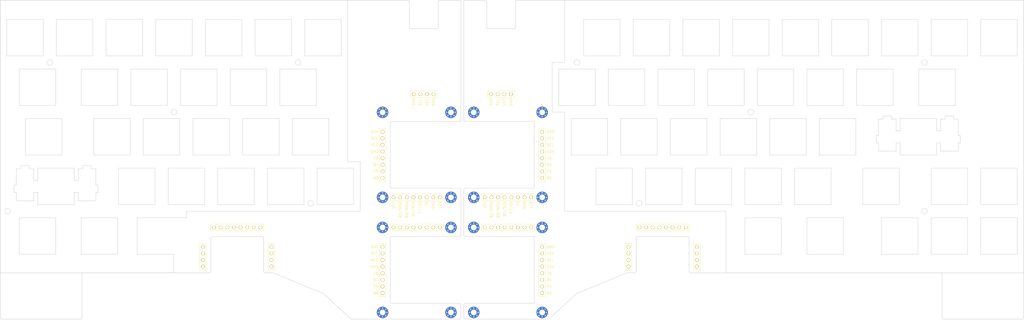
<source format=kicad_pcb>
(kicad_pcb (version 20171130) (host pcbnew "(5.1.4)-1")

  (general
    (thickness 1.6)
    (drawings 460)
    (tracks 0)
    (zones 0)
    (modules 40)
    (nets 19)
  )

  (page A4)
  (layers
    (0 F.Cu signal)
    (31 B.Cu signal)
    (32 B.Adhes user)
    (33 F.Adhes user)
    (34 B.Paste user)
    (35 F.Paste user)
    (36 B.SilkS user)
    (37 F.SilkS user)
    (38 B.Mask user)
    (39 F.Mask user)
    (40 Dwgs.User user)
    (41 Cmts.User user)
    (42 Eco1.User user)
    (43 Eco2.User user)
    (44 Edge.Cuts user)
    (45 Margin user)
    (46 B.CrtYd user)
    (47 F.CrtYd user)
    (48 B.Fab user)
    (49 F.Fab user)
  )

  (setup
    (last_trace_width 0.25)
    (trace_clearance 0.2)
    (zone_clearance 0.508)
    (zone_45_only no)
    (trace_min 0.25)
    (via_size 0.8)
    (via_drill 0.4)
    (via_min_size 0.4)
    (via_min_drill 0.3)
    (uvia_size 0.3)
    (uvia_drill 0.1)
    (uvias_allowed no)
    (uvia_min_size 0.2)
    (uvia_min_drill 0.1)
    (edge_width 0.05)
    (segment_width 0.2)
    (pcb_text_width 0.3)
    (pcb_text_size 1.5 1.5)
    (mod_edge_width 0.12)
    (mod_text_size 1 1)
    (mod_text_width 0.15)
    (pad_size 1.397 1.397)
    (pad_drill 0.8128)
    (pad_to_mask_clearance 0.051)
    (solder_mask_min_width 0.25)
    (aux_axis_origin 0 0)
    (visible_elements 7FFFF7FF)
    (pcbplotparams
      (layerselection 0x010f0_ffffffff)
      (usegerberextensions false)
      (usegerberattributes false)
      (usegerberadvancedattributes false)
      (creategerberjobfile false)
      (excludeedgelayer true)
      (linewidth 0.100000)
      (plotframeref false)
      (viasonmask false)
      (mode 1)
      (useauxorigin false)
      (hpglpennumber 1)
      (hpglpenspeed 20)
      (hpglpendiameter 15.000000)
      (psnegative false)
      (psa4output false)
      (plotreference true)
      (plotvalue true)
      (plotinvisibletext false)
      (padsonsilk false)
      (subtractmaskfromsilk false)
      (outputformat 1)
      (mirror false)
      (drillshape 0)
      (scaleselection 1)
      (outputdirectory "gb/"))
  )

  (net 0 "")
  (net 1 VCC)
  (net 2 GND)
  (net 3 row3)
  (net 4 sda)
  (net 5 scl)
  (net 6 col2)
  (net 7 row4)
  (net 8 SCK)
  (net 9 MOSI)
  (net 10 MISO)
  (net 11 F7)
  (net 12 F6)
  (net 13 col3)
  (net 14 "Net-(J2-Pad1)")
  (net 15 "Net-(J3-Pad1)")
  (net 16 "Net-(J6-Pad1)")
  (net 17 "Net-(J7-Pad1)")
  (net 18 DOUT)

  (net_class Default "これはデフォルトのネット クラスです。"
    (clearance 0.2)
    (trace_width 0.25)
    (via_dia 0.8)
    (via_drill 0.4)
    (uvia_dia 0.3)
    (uvia_drill 0.1)
    (add_net DOUT)
    (add_net F6)
    (add_net F7)
    (add_net GND)
    (add_net MISO)
    (add_net MOSI)
    (add_net "Net-(J2-Pad1)")
    (add_net "Net-(J3-Pad1)")
    (add_net "Net-(J6-Pad1)")
    (add_net "Net-(J7-Pad1)")
    (add_net SCK)
    (add_net VCC)
    (add_net col2)
    (add_net col3)
    (add_net row3)
    (add_net row4)
    (add_net scl)
    (add_net sda)
  )

  (module kbd:OLED_2 (layer F.Cu) (tedit 61F6CAAC) (tstamp 6419AC6C)
    (at 149.3 413.945)
    (descr "Connecteur 6 pins")
    (tags "CONN DEV")
    (path /5E214EBA)
    (fp_text reference J10 (at 3.7 2.1 180) (layer F.Fab)
      (effects (font (size 0.8128 0.8128) (thickness 0.15)))
    )
    (fp_text value Conn_01x04-Connector_Generic (at 3.6 3.3) (layer F.SilkS) hide
      (effects (font (size 0.8128 0.8128) (thickness 0.15)))
    )
    (fp_text user SDA (at 0 3 90) (layer F.SilkS)
      (effects (font (size 1 1) (thickness 0.15)))
    )
    (fp_text user SCL (at 2.54 3 90) (layer F.SilkS)
      (effects (font (size 1 1) (thickness 0.15)))
    )
    (fp_text user VCC (at 5.08 3 90) (layer F.SilkS)
      (effects (font (size 1 1) (thickness 0.15)))
    )
    (fp_text user GND (at 7.62 3 90) (layer F.SilkS)
      (effects (font (size 1 1) (thickness 0.15)))
    )
    (fp_line (start -1.27 1.27) (end 8.89 1.27) (layer F.SilkS) (width 0.15))
    (fp_line (start -1.27 -1.27) (end 8.89 -1.27) (layer F.SilkS) (width 0.15))
    (fp_line (start 8.89 -1.27) (end 8.89 1.27) (layer F.SilkS) (width 0.15))
    (fp_line (start -1.27 1.27) (end -1.27 -1.27) (layer F.SilkS) (width 0.15))
    (fp_text user OLED (at 3.75 -2.1) (layer B.SilkS) hide
      (effects (font (size 1 1) (thickness 0.15)) (justify mirror))
    )
    (fp_text user OLED (at 3.8 -2.1) (layer F.SilkS) hide
      (effects (font (size 1 1) (thickness 0.15)))
    )
    (pad 1 thru_hole circle (at 0 0) (size 1.397 1.397) (drill 0.8128) (layers *.Cu *.Mask F.SilkS)
      (net 4 sda))
    (pad 2 thru_hole circle (at 2.54 0) (size 1.397 1.397) (drill 0.8128) (layers *.Cu *.Mask F.SilkS)
      (net 5 scl))
    (pad 3 thru_hole circle (at 5.08 0) (size 1.397 1.397) (drill 0.8128) (layers *.Cu *.Mask F.SilkS)
      (net 1 VCC))
    (pad 4 thru_hole circle (at 7.62 0) (size 1.397 1.397) (drill 0.8128) (layers *.Cu *.Mask F.SilkS)
      (net 2 GND))
  )

  (module kbd:OLED_2 (layer F.Cu) (tedit 61F6CAAC) (tstamp 6419AC7D)
    (at 68.46 472.598 270)
    (descr "Connecteur 6 pins")
    (tags "CONN DEV")
    (path /63EF2CA7)
    (fp_text reference J16 (at 3.7 2.1 270) (layer F.Fab)
      (effects (font (size 0.8128 0.8128) (thickness 0.15)))
    )
    (fp_text value Conn_01x04-Connector_Generic (at 3.6 3.3 90) (layer F.SilkS) hide
      (effects (font (size 0.8128 0.8128) (thickness 0.15)))
    )
    (fp_text user SDA (at 0 -3) (layer F.SilkS) hide
      (effects (font (size 1 1) (thickness 0.15)))
    )
    (fp_text user SCL (at 2.54 -3) (layer F.SilkS) hide
      (effects (font (size 1 1) (thickness 0.15)))
    )
    (fp_text user VCC (at 5.08 -3) (layer F.SilkS) hide
      (effects (font (size 1 1) (thickness 0.15)))
    )
    (fp_text user GND (at 7.62 -3) (layer F.SilkS) hide
      (effects (font (size 1 1) (thickness 0.15)))
    )
    (fp_line (start -1.27 1.27) (end 8.89 1.27) (layer F.SilkS) (width 0.15))
    (fp_line (start -1.27 -1.27) (end 8.89 -1.27) (layer F.SilkS) (width 0.15))
    (fp_line (start 8.89 -1.27) (end 8.89 1.27) (layer F.SilkS) (width 0.15))
    (fp_line (start -1.27 1.27) (end -1.27 -1.27) (layer F.SilkS) (width 0.15))
    (fp_text user OLED (at 3.75 -2.1 90) (layer B.SilkS) hide
      (effects (font (size 1 1) (thickness 0.15)) (justify mirror))
    )
    (fp_text user OLED (at 3.8 -2.1 90) (layer F.SilkS) hide
      (effects (font (size 1 1) (thickness 0.15)))
    )
    (pad 1 thru_hole circle (at 0 0 270) (size 1.397 1.397) (drill 0.8128) (layers *.Cu *.Mask F.SilkS)
      (net 4 sda))
    (pad 2 thru_hole circle (at 2.54 0 270) (size 1.397 1.397) (drill 0.8128) (layers *.Cu *.Mask F.SilkS)
      (net 5 scl))
    (pad 3 thru_hole circle (at 5.08 0 270) (size 1.397 1.397) (drill 0.8128) (layers *.Cu *.Mask F.SilkS)
      (net 1 VCC))
    (pad 4 thru_hole circle (at 7.62 0 270) (size 1.397 1.397) (drill 0.8128) (layers *.Cu *.Mask F.SilkS)
      (net 2 GND))
  )

  (module kbd:OLED_2 (layer F.Cu) (tedit 61F6CAAC) (tstamp 6419AC8E)
    (at 94.71 480.218 90)
    (descr "Connecteur 6 pins")
    (tags "CONN DEV")
    (path /63F0283F)
    (fp_text reference J17 (at 3.7 2.1 270) (layer F.Fab)
      (effects (font (size 0.8128 0.8128) (thickness 0.15)))
    )
    (fp_text value Conn_01x04-Connector_Generic (at 3.6 3.3 90) (layer F.SilkS) hide
      (effects (font (size 0.8128 0.8128) (thickness 0.15)))
    )
    (fp_text user SDA (at 0 -3) (layer F.SilkS) hide
      (effects (font (size 1 1) (thickness 0.15)))
    )
    (fp_text user SCL (at 2.54 -3) (layer F.SilkS) hide
      (effects (font (size 1 1) (thickness 0.15)))
    )
    (fp_text user VCC (at 5.08 -3) (layer F.SilkS) hide
      (effects (font (size 1 1) (thickness 0.15)))
    )
    (fp_text user GND (at 7.62 -3) (layer F.SilkS) hide
      (effects (font (size 1 1) (thickness 0.15)))
    )
    (fp_line (start -1.27 1.27) (end 8.89 1.27) (layer F.SilkS) (width 0.15))
    (fp_line (start -1.27 -1.27) (end 8.89 -1.27) (layer F.SilkS) (width 0.15))
    (fp_line (start 8.89 -1.27) (end 8.89 1.27) (layer F.SilkS) (width 0.15))
    (fp_line (start -1.27 1.27) (end -1.27 -1.27) (layer F.SilkS) (width 0.15))
    (fp_text user OLED (at 3.8 -2.1 90) (layer F.SilkS) hide
      (effects (font (size 1 1) (thickness 0.15)))
    )
    (fp_text user OLED (at 3.8 -2.1 90) (layer F.SilkS) hide
      (effects (font (size 1 1) (thickness 0.15)))
    )
    (pad 1 thru_hole circle (at 0 0 90) (size 1.397 1.397) (drill 0.8128) (layers *.Cu *.Mask F.SilkS)
      (net 4 sda))
    (pad 2 thru_hole circle (at 2.54 0 90) (size 1.397 1.397) (drill 0.8128) (layers *.Cu *.Mask F.SilkS)
      (net 5 scl))
    (pad 3 thru_hole circle (at 5.08 0 90) (size 1.397 1.397) (drill 0.8128) (layers *.Cu *.Mask F.SilkS)
      (net 1 VCC))
    (pad 4 thru_hole circle (at 7.62 0 90) (size 1.397 1.397) (drill 0.8128) (layers *.Cu *.Mask F.SilkS)
      (net 2 GND))
  )

  (module MountingHole:MountingHole_2.2mm_M2 (layer F.Cu) (tedit 56D1B4CB) (tstamp 63ECE56E)
    (at 164.825 412.445)
    (descr "Mounting Hole 2.2mm, no annular, M2")
    (tags "mounting hole 2.2mm no annular m2")
    (attr virtual)
    (fp_text reference REF9 (at 0 -3.2) (layer F.SilkS) hide
      (effects (font (size 1 1) (thickness 0.15)))
    )
    (fp_text value MountingHole_2.2mm_M2 (at 0 3.2) (layer F.Fab)
      (effects (font (size 1 1) (thickness 0.15)))
    )
    (fp_text user %R (at 0.3 0) (layer F.Fab)
      (effects (font (size 1 1) (thickness 0.15)))
    )
    (fp_circle (center 0 0) (end 2.2 0) (layer Cmts.User) (width 0.15))
    (fp_circle (center 0 0) (end 2.45 0) (layer F.CrtYd) (width 0.05))
    (pad 1 np_thru_hole circle (at 0 0) (size 2.2 2.2) (drill 2.2) (layers *.Cu *.Mask))
  )

  (module MountingHole:MountingHole_2.2mm_M2 (layer F.Cu) (tedit 56D1B4CB) (tstamp 63ECE56E)
    (at 164.825 390.54)
    (descr "Mounting Hole 2.2mm, no annular, M2")
    (tags "mounting hole 2.2mm no annular m2")
    (attr virtual)
    (fp_text reference REF8 (at 0 -3.2) (layer F.SilkS) hide
      (effects (font (size 1 1) (thickness 0.15)))
    )
    (fp_text value MountingHole_2.2mm_M2 (at 0 3.2) (layer F.Fab)
      (effects (font (size 1 1) (thickness 0.15)))
    )
    (fp_text user %R (at 0.3 0) (layer F.Fab)
      (effects (font (size 1 1) (thickness 0.15)))
    )
    (fp_circle (center 0 0) (end 2.2 0) (layer Cmts.User) (width 0.15))
    (fp_circle (center 0 0) (end 2.45 0) (layer F.CrtYd) (width 0.05))
    (pad 1 np_thru_hole circle (at 0 0) (size 2.2 2.2) (drill 2.2) (layers *.Cu *.Mask))
  )

  (module MountingHole:MountingHole_2.2mm_M2 (layer F.Cu) (tedit 56D1B4CB) (tstamp 63EA3BDF)
    (at 94.71 465.158)
    (descr "Mounting Hole 2.2mm, no annular, M2")
    (tags "mounting hole 2.2mm no annular m2")
    (attr virtual)
    (fp_text reference REF7 (at 0 -3.2) (layer F.SilkS) hide
      (effects (font (size 1 1) (thickness 0.15)))
    )
    (fp_text value MountingHole_2.2mm_M2 (at 0 3.2) (layer F.Fab)
      (effects (font (size 1 1) (thickness 0.15)))
    )
    (fp_text user %R (at 0.3 0) (layer F.Fab)
      (effects (font (size 1 1) (thickness 0.15)))
    )
    (fp_circle (center 0 0) (end 2.2 0) (layer Cmts.User) (width 0.15))
    (fp_circle (center 0 0) (end 2.45 0) (layer F.CrtYd) (width 0.05))
    (pad 1 np_thru_hole circle (at 0 0) (size 2.2 2.2) (drill 2.2) (layers *.Cu *.Mask))
  )

  (module MountingHole:MountingHole_2.2mm_M2 (layer F.Cu) (tedit 56D1B4CB) (tstamp 63EA3BDF)
    (at 68.46 465.158)
    (descr "Mounting Hole 2.2mm, no annular, M2")
    (tags "mounting hole 2.2mm no annular m2")
    (attr virtual)
    (fp_text reference REF6 (at 0 -3.2) (layer F.SilkS) hide
      (effects (font (size 1 1) (thickness 0.15)))
    )
    (fp_text value MountingHole_2.2mm_M2 (at 0 3.2) (layer F.Fab)
      (effects (font (size 1 1) (thickness 0.15)))
    )
    (fp_text user %R (at 0.3 -4.875) (layer F.Fab)
      (effects (font (size 1 1) (thickness 0.15)))
    )
    (fp_circle (center 0 0) (end 2.2 0) (layer Cmts.User) (width 0.15))
    (fp_circle (center 0 0) (end 2.45 0) (layer F.CrtYd) (width 0.05))
    (pad 1 np_thru_hole circle (at 0 0) (size 2.2 2.2) (drill 2.2) (layers *.Cu *.Mask))
  )

  (module kbd:OLED (layer F.Cu) (tedit 61653C9E) (tstamp 6165E7A3)
    (at 141.555 453.59)
    (descr "Connecteur 6 pins")
    (tags "CONN DEV")
    (path /619349CF)
    (fp_text reference J11 (at 3.7 2.1 180) (layer F.Fab)
      (effects (font (size 0.8128 0.8128) (thickness 0.15)))
    )
    (fp_text value Conn_01x08 (at 3.6 3.3) (layer F.SilkS) hide
      (effects (font (size 0.8128 0.8128) (thickness 0.15)))
    )
    (fp_text user LED (at 17.79 2.84 90) (layer F.SilkS)
      (effects (font (size 1 1) (thickness 0.15)))
    )
    (fp_text user GND (at 15.25 2.91 90) (layer F.SilkS)
      (effects (font (size 1 1) (thickness 0.15)))
    )
    (fp_text user F6 (at 12.71 2.295 90) (layer F.SilkS)
      (effects (font (size 1 1) (thickness 0.15)))
    )
    (fp_text user F7/SS (at 10.17 3.765 90) (layer F.SilkS)
      (effects (font (size 1 1) (thickness 0.15)))
    )
    (fp_text user B1/SCK (at 7.63 4.355 90) (layer F.SilkS)
      (effects (font (size 1 1) (thickness 0.15)))
    )
    (fp_text user B3/MOSI (at 5.09 4.65 90) (layer F.SilkS)
      (effects (font (size 1 1) (thickness 0.15)))
    )
    (fp_text user B2/MISO (at 2.55 4.69 90) (layer F.SilkS)
      (effects (font (size 1 1) (thickness 0.15)))
    )
    (fp_text user VCC (at 0.01 2.82 90) (layer F.SilkS)
      (effects (font (size 1 1) (thickness 0.15)))
    )
    (fp_line (start -1.27 1.27) (end 8.89 1.27) (layer F.SilkS) (width 0.15))
    (fp_line (start -1.27 -1.27) (end 8.89 -1.27) (layer F.SilkS) (width 0.15))
    (fp_line (start -1.27 1.27) (end -1.27 -1.27) (layer F.SilkS) (width 0.15))
    (fp_line (start 8.89 1.27) (end 19.05 1.27) (layer F.SilkS) (width 0.15))
    (fp_line (start 19.05 -1.27) (end 19.05 1.27) (layer F.SilkS) (width 0.15))
    (fp_line (start 8.89 -1.27) (end 19.05 -1.27) (layer F.SilkS) (width 0.15))
    (pad 1 thru_hole circle (at 0 0) (size 1.397 1.397) (drill 0.8128) (layers *.Cu *.Mask F.SilkS)
      (net 1 VCC))
    (pad 2 thru_hole circle (at 2.54 0) (size 1.397 1.397) (drill 0.8128) (layers *.Cu *.Mask F.SilkS)
      (net 10 MISO))
    (pad 3 thru_hole circle (at 5.08 0) (size 1.397 1.397) (drill 0.8128) (layers *.Cu *.Mask F.SilkS)
      (net 9 MOSI))
    (pad 4 thru_hole circle (at 7.62 0) (size 1.397 1.397) (drill 0.8128) (layers *.Cu *.Mask F.SilkS)
      (net 8 SCK))
    (pad 6 thru_hole circle (at 12.7 0) (size 1.397 1.397) (drill 0.8128) (layers *.Cu *.Mask F.SilkS)
      (net 12 F6))
    (pad 7 thru_hole circle (at 15.24 0) (size 1.397 1.397) (drill 0.8128) (layers *.Cu *.Mask F.SilkS)
      (net 2 GND))
    (pad 8 thru_hole circle (at 17.78 0) (size 1.397 1.397) (drill 0.8128) (layers *.Cu *.Mask F.SilkS)
      (net 18 DOUT))
    (pad 5 thru_hole circle (at 10.16 0) (size 1.397 1.397) (drill 0.8128) (layers *.Cu *.Mask F.SilkS)
      (net 11 F7))
  )

  (module MountingHole:MountingHole_2.2mm_M2_Pad_Via (layer F.Cu) (tedit 56DDB9C7) (tstamp 61A523F8)
    (at 137.325 420.93)
    (descr "Mounting Hole 2.2mm, M2")
    (tags "mounting hole 2.2mm m2")
    (path /61A515B1)
    (attr virtual)
    (fp_text reference J3 (at 0 -3.2) (layer F.SilkS) hide
      (effects (font (size 1 1) (thickness 0.15)))
    )
    (fp_text value Conn_01x01 (at 0 3.2) (layer F.Fab)
      (effects (font (size 1 1) (thickness 0.15)))
    )
    (fp_circle (center 0 0) (end 2.45 0) (layer F.CrtYd) (width 0.05))
    (fp_circle (center 0 0) (end 2.2 0) (layer Cmts.User) (width 0.15))
    (fp_text user %R (at 0.3 0) (layer F.Fab)
      (effects (font (size 1 1) (thickness 0.15)))
    )
    (pad 1 thru_hole circle (at 1.166726 -1.166726) (size 0.7 0.7) (drill 0.4) (layers *.Cu *.Mask)
      (net 15 "Net-(J3-Pad1)"))
    (pad 1 thru_hole circle (at 0 -1.65) (size 0.7 0.7) (drill 0.4) (layers *.Cu *.Mask)
      (net 15 "Net-(J3-Pad1)"))
    (pad 1 thru_hole circle (at -1.166726 -1.166726) (size 0.7 0.7) (drill 0.4) (layers *.Cu *.Mask)
      (net 15 "Net-(J3-Pad1)"))
    (pad 1 thru_hole circle (at -1.65 0) (size 0.7 0.7) (drill 0.4) (layers *.Cu *.Mask)
      (net 15 "Net-(J3-Pad1)"))
    (pad 1 thru_hole circle (at -1.166726 1.166726) (size 0.7 0.7) (drill 0.4) (layers *.Cu *.Mask)
      (net 15 "Net-(J3-Pad1)"))
    (pad 1 thru_hole circle (at 0 1.65) (size 0.7 0.7) (drill 0.4) (layers *.Cu *.Mask)
      (net 15 "Net-(J3-Pad1)"))
    (pad 1 thru_hole circle (at 1.166726 1.166726) (size 0.7 0.7) (drill 0.4) (layers *.Cu *.Mask)
      (net 15 "Net-(J3-Pad1)"))
    (pad 1 thru_hole circle (at 1.65 0) (size 0.7 0.7) (drill 0.4) (layers *.Cu *.Mask)
      (net 15 "Net-(J3-Pad1)"))
    (pad 1 thru_hole circle (at 0 0) (size 4.4 4.4) (drill 2.2) (layers *.Cu *.Mask)
      (net 15 "Net-(J3-Pad1)"))
  )

  (module MountingHole:MountingHole_2.2mm_M2_Pad_Via (layer F.Cu) (tedit 56DDB9C7) (tstamp 61A52408)
    (at 163.575 420.93)
    (descr "Mounting Hole 2.2mm, M2")
    (tags "mounting hole 2.2mm m2")
    (path /61A52E03)
    (attr virtual)
    (fp_text reference J7 (at 0 -3.2) (layer F.SilkS) hide
      (effects (font (size 1 1) (thickness 0.15)))
    )
    (fp_text value Conn_01x01 (at 0 3.2) (layer F.Fab)
      (effects (font (size 1 1) (thickness 0.15)))
    )
    (fp_text user %R (at 0.3 0) (layer F.Fab)
      (effects (font (size 1 1) (thickness 0.15)))
    )
    (fp_circle (center 0 0) (end 2.2 0) (layer Cmts.User) (width 0.15))
    (fp_circle (center 0 0) (end 2.45 0) (layer F.CrtYd) (width 0.05))
    (pad 1 thru_hole circle (at 0 0) (size 4.4 4.4) (drill 2.2) (layers *.Cu *.Mask)
      (net 17 "Net-(J7-Pad1)"))
    (pad 1 thru_hole circle (at 1.65 0) (size 0.7 0.7) (drill 0.4) (layers *.Cu *.Mask)
      (net 17 "Net-(J7-Pad1)"))
    (pad 1 thru_hole circle (at 1.166726 1.166726) (size 0.7 0.7) (drill 0.4) (layers *.Cu *.Mask)
      (net 17 "Net-(J7-Pad1)"))
    (pad 1 thru_hole circle (at 0 1.65) (size 0.7 0.7) (drill 0.4) (layers *.Cu *.Mask)
      (net 17 "Net-(J7-Pad1)"))
    (pad 1 thru_hole circle (at -1.166726 1.166726) (size 0.7 0.7) (drill 0.4) (layers *.Cu *.Mask)
      (net 17 "Net-(J7-Pad1)"))
    (pad 1 thru_hole circle (at -1.65 0) (size 0.7 0.7) (drill 0.4) (layers *.Cu *.Mask)
      (net 17 "Net-(J7-Pad1)"))
    (pad 1 thru_hole circle (at -1.166726 -1.166726) (size 0.7 0.7) (drill 0.4) (layers *.Cu *.Mask)
      (net 17 "Net-(J7-Pad1)"))
    (pad 1 thru_hole circle (at 0 -1.65) (size 0.7 0.7) (drill 0.4) (layers *.Cu *.Mask)
      (net 17 "Net-(J7-Pad1)"))
    (pad 1 thru_hole circle (at 1.166726 -1.166726) (size 0.7 0.7) (drill 0.4) (layers *.Cu *.Mask)
      (net 17 "Net-(J7-Pad1)"))
  )

  (module MountingHole:MountingHole_2.2mm_M2_Pad_Via (layer F.Cu) (tedit 56DDB9C7) (tstamp 61A52418)
    (at 137.325 497.818)
    (descr "Mounting Hole 2.2mm, M2")
    (tags "mounting hole 2.2mm m2")
    (path /61A56416)
    (attr virtual)
    (fp_text reference J2 (at 0 -3.2) (layer F.SilkS) hide
      (effects (font (size 1 1) (thickness 0.15)))
    )
    (fp_text value Conn_01x01 (at 0 3.2) (layer F.Fab)
      (effects (font (size 1 1) (thickness 0.15)))
    )
    (fp_circle (center 0 0) (end 2.45 0) (layer F.CrtYd) (width 0.05))
    (fp_circle (center 0 0) (end 2.2 0) (layer Cmts.User) (width 0.15))
    (fp_text user %R (at 0.3 0) (layer F.Fab)
      (effects (font (size 1 1) (thickness 0.15)))
    )
    (pad 1 thru_hole circle (at 1.166726 -1.166726) (size 0.7 0.7) (drill 0.4) (layers *.Cu *.Mask)
      (net 14 "Net-(J2-Pad1)"))
    (pad 1 thru_hole circle (at 0 -1.65) (size 0.7 0.7) (drill 0.4) (layers *.Cu *.Mask)
      (net 14 "Net-(J2-Pad1)"))
    (pad 1 thru_hole circle (at -1.166726 -1.166726) (size 0.7 0.7) (drill 0.4) (layers *.Cu *.Mask)
      (net 14 "Net-(J2-Pad1)"))
    (pad 1 thru_hole circle (at -1.65 0) (size 0.7 0.7) (drill 0.4) (layers *.Cu *.Mask)
      (net 14 "Net-(J2-Pad1)"))
    (pad 1 thru_hole circle (at -1.166726 1.166726) (size 0.7 0.7) (drill 0.4) (layers *.Cu *.Mask)
      (net 14 "Net-(J2-Pad1)"))
    (pad 1 thru_hole circle (at 0 1.65) (size 0.7 0.7) (drill 0.4) (layers *.Cu *.Mask)
      (net 14 "Net-(J2-Pad1)"))
    (pad 1 thru_hole circle (at 1.166726 1.166726) (size 0.7 0.7) (drill 0.4) (layers *.Cu *.Mask)
      (net 14 "Net-(J2-Pad1)"))
    (pad 1 thru_hole circle (at 1.65 0) (size 0.7 0.7) (drill 0.4) (layers *.Cu *.Mask)
      (net 14 "Net-(J2-Pad1)"))
    (pad 1 thru_hole circle (at 0 0) (size 4.4 4.4) (drill 2.2) (layers *.Cu *.Mask)
      (net 14 "Net-(J2-Pad1)"))
  )

  (module MountingHole:MountingHole_2.2mm_M2_Pad_Via (layer F.Cu) (tedit 56DDB9C7) (tstamp 61A52428)
    (at 163.575 497.818)
    (descr "Mounting Hole 2.2mm, M2")
    (tags "mounting hole 2.2mm m2")
    (path /61A59A3E)
    (attr virtual)
    (fp_text reference J6 (at 0 -3.2) (layer F.SilkS) hide
      (effects (font (size 1 1) (thickness 0.15)))
    )
    (fp_text value Conn_01x01 (at 0 3.2) (layer F.Fab)
      (effects (font (size 1 1) (thickness 0.15)))
    )
    (fp_text user %R (at 0.3 0) (layer F.Fab)
      (effects (font (size 1 1) (thickness 0.15)))
    )
    (fp_circle (center 0 0) (end 2.2 0) (layer Cmts.User) (width 0.15))
    (fp_circle (center 0 0) (end 2.45 0) (layer F.CrtYd) (width 0.05))
    (pad 1 thru_hole circle (at 0 0) (size 4.4 4.4) (drill 2.2) (layers *.Cu *.Mask)
      (net 16 "Net-(J6-Pad1)"))
    (pad 1 thru_hole circle (at 1.65 0) (size 0.7 0.7) (drill 0.4) (layers *.Cu *.Mask)
      (net 16 "Net-(J6-Pad1)"))
    (pad 1 thru_hole circle (at 1.166726 1.166726) (size 0.7 0.7) (drill 0.4) (layers *.Cu *.Mask)
      (net 16 "Net-(J6-Pad1)"))
    (pad 1 thru_hole circle (at 0 1.65) (size 0.7 0.7) (drill 0.4) (layers *.Cu *.Mask)
      (net 16 "Net-(J6-Pad1)"))
    (pad 1 thru_hole circle (at -1.166726 1.166726) (size 0.7 0.7) (drill 0.4) (layers *.Cu *.Mask)
      (net 16 "Net-(J6-Pad1)"))
    (pad 1 thru_hole circle (at -1.65 0) (size 0.7 0.7) (drill 0.4) (layers *.Cu *.Mask)
      (net 16 "Net-(J6-Pad1)"))
    (pad 1 thru_hole circle (at -1.166726 -1.166726) (size 0.7 0.7) (drill 0.4) (layers *.Cu *.Mask)
      (net 16 "Net-(J6-Pad1)"))
    (pad 1 thru_hole circle (at 0 -1.65) (size 0.7 0.7) (drill 0.4) (layers *.Cu *.Mask)
      (net 16 "Net-(J6-Pad1)"))
    (pad 1 thru_hole circle (at 1.166726 -1.166726) (size 0.7 0.7) (drill 0.4) (layers *.Cu *.Mask)
      (net 16 "Net-(J6-Pad1)"))
  )

  (module MountingHole:MountingHole_2.2mm_M2_Pad_Via (layer F.Cu) (tedit 56DDB9C7) (tstamp 61B4F5D1)
    (at 137.325 453.59)
    (descr "Mounting Hole 2.2mm, M2")
    (tags "mounting hole 2.2mm m2")
    (path /61B540B2)
    (attr virtual)
    (fp_text reference J4 (at 0 -3.2) (layer F.SilkS) hide
      (effects (font (size 1 1) (thickness 0.15)))
    )
    (fp_text value Conn_01x01 (at 0 3.2) (layer F.Fab)
      (effects (font (size 1 1) (thickness 0.15)))
    )
    (fp_circle (center 0 0) (end 2.45 0) (layer F.CrtYd) (width 0.05))
    (fp_circle (center 0 0) (end 2.2 0) (layer Cmts.User) (width 0.15))
    (fp_text user %R (at 0.3 0) (layer F.Fab)
      (effects (font (size 1 1) (thickness 0.15)))
    )
    (pad 1 thru_hole circle (at 1.166726 -1.166726) (size 0.7 0.7) (drill 0.4) (layers *.Cu *.Mask)
      (net 14 "Net-(J2-Pad1)"))
    (pad 1 thru_hole circle (at 0 -1.65) (size 0.7 0.7) (drill 0.4) (layers *.Cu *.Mask)
      (net 14 "Net-(J2-Pad1)"))
    (pad 1 thru_hole circle (at -1.166726 -1.166726) (size 0.7 0.7) (drill 0.4) (layers *.Cu *.Mask)
      (net 14 "Net-(J2-Pad1)"))
    (pad 1 thru_hole circle (at -1.65 0) (size 0.7 0.7) (drill 0.4) (layers *.Cu *.Mask)
      (net 14 "Net-(J2-Pad1)"))
    (pad 1 thru_hole circle (at -1.166726 1.166726) (size 0.7 0.7) (drill 0.4) (layers *.Cu *.Mask)
      (net 14 "Net-(J2-Pad1)"))
    (pad 1 thru_hole circle (at 0 1.65) (size 0.7 0.7) (drill 0.4) (layers *.Cu *.Mask)
      (net 14 "Net-(J2-Pad1)"))
    (pad 1 thru_hole circle (at 1.166726 1.166726) (size 0.7 0.7) (drill 0.4) (layers *.Cu *.Mask)
      (net 14 "Net-(J2-Pad1)"))
    (pad 1 thru_hole circle (at 1.65 0) (size 0.7 0.7) (drill 0.4) (layers *.Cu *.Mask)
      (net 14 "Net-(J2-Pad1)"))
    (pad 1 thru_hole circle (at 0 0) (size 4.4 4.4) (drill 2.2) (layers *.Cu *.Mask)
      (net 14 "Net-(J2-Pad1)"))
  )

  (module MountingHole:MountingHole_2.2mm_M2_Pad_Via (layer F.Cu) (tedit 56DDB9C7) (tstamp 61B4F5E1)
    (at 163.575 453.59)
    (descr "Mounting Hole 2.2mm, M2")
    (tags "mounting hole 2.2mm m2")
    (path /61B540AC)
    (attr virtual)
    (fp_text reference J8 (at 0 -3.2) (layer F.SilkS) hide
      (effects (font (size 1 1) (thickness 0.15)))
    )
    (fp_text value Conn_01x01 (at 0 3.2) (layer F.Fab)
      (effects (font (size 1 1) (thickness 0.15)))
    )
    (fp_text user %R (at 0.3 0) (layer F.Fab)
      (effects (font (size 1 1) (thickness 0.15)))
    )
    (fp_circle (center 0 0) (end 2.2 0) (layer Cmts.User) (width 0.15))
    (fp_circle (center 0 0) (end 2.45 0) (layer F.CrtYd) (width 0.05))
    (pad 1 thru_hole circle (at 0 0) (size 4.4 4.4) (drill 2.2) (layers *.Cu *.Mask)
      (net 16 "Net-(J6-Pad1)"))
    (pad 1 thru_hole circle (at 1.65 0) (size 0.7 0.7) (drill 0.4) (layers *.Cu *.Mask)
      (net 16 "Net-(J6-Pad1)"))
    (pad 1 thru_hole circle (at 1.166726 1.166726) (size 0.7 0.7) (drill 0.4) (layers *.Cu *.Mask)
      (net 16 "Net-(J6-Pad1)"))
    (pad 1 thru_hole circle (at 0 1.65) (size 0.7 0.7) (drill 0.4) (layers *.Cu *.Mask)
      (net 16 "Net-(J6-Pad1)"))
    (pad 1 thru_hole circle (at -1.166726 1.166726) (size 0.7 0.7) (drill 0.4) (layers *.Cu *.Mask)
      (net 16 "Net-(J6-Pad1)"))
    (pad 1 thru_hole circle (at -1.65 0) (size 0.7 0.7) (drill 0.4) (layers *.Cu *.Mask)
      (net 16 "Net-(J6-Pad1)"))
    (pad 1 thru_hole circle (at -1.166726 -1.166726) (size 0.7 0.7) (drill 0.4) (layers *.Cu *.Mask)
      (net 16 "Net-(J6-Pad1)"))
    (pad 1 thru_hole circle (at 0 -1.65) (size 0.7 0.7) (drill 0.4) (layers *.Cu *.Mask)
      (net 16 "Net-(J6-Pad1)"))
    (pad 1 thru_hole circle (at 1.166726 -1.166726) (size 0.7 0.7) (drill 0.4) (layers *.Cu *.Mask)
      (net 16 "Net-(J6-Pad1)"))
  )

  (module MountingHole:MountingHole_2.2mm_M2_Pad_Via (layer F.Cu) (tedit 56DDB9C7) (tstamp 61E4475C)
    (at 137.325 465.158)
    (descr "Mounting Hole 2.2mm, M2")
    (tags "mounting hole 2.2mm m2")
    (path /61E5A9D7)
    (attr virtual)
    (fp_text reference J5 (at 0 -3.2) (layer F.SilkS) hide
      (effects (font (size 1 1) (thickness 0.15)))
    )
    (fp_text value Conn_01x01 (at 0 3.2) (layer F.Fab)
      (effects (font (size 1 1) (thickness 0.15)))
    )
    (fp_circle (center 0 0) (end 2.45 0) (layer F.CrtYd) (width 0.05))
    (fp_circle (center 0 0) (end 2.2 0) (layer Cmts.User) (width 0.15))
    (fp_text user %R (at 0.3 0) (layer F.Fab)
      (effects (font (size 1 1) (thickness 0.15)))
    )
    (pad 1 thru_hole circle (at 1.166726 -1.166726) (size 0.7 0.7) (drill 0.4) (layers *.Cu *.Mask)
      (net 15 "Net-(J3-Pad1)"))
    (pad 1 thru_hole circle (at 0 -1.65) (size 0.7 0.7) (drill 0.4) (layers *.Cu *.Mask)
      (net 15 "Net-(J3-Pad1)"))
    (pad 1 thru_hole circle (at -1.166726 -1.166726) (size 0.7 0.7) (drill 0.4) (layers *.Cu *.Mask)
      (net 15 "Net-(J3-Pad1)"))
    (pad 1 thru_hole circle (at -1.65 0) (size 0.7 0.7) (drill 0.4) (layers *.Cu *.Mask)
      (net 15 "Net-(J3-Pad1)"))
    (pad 1 thru_hole circle (at -1.166726 1.166726) (size 0.7 0.7) (drill 0.4) (layers *.Cu *.Mask)
      (net 15 "Net-(J3-Pad1)"))
    (pad 1 thru_hole circle (at 0 1.65) (size 0.7 0.7) (drill 0.4) (layers *.Cu *.Mask)
      (net 15 "Net-(J3-Pad1)"))
    (pad 1 thru_hole circle (at 1.166726 1.166726) (size 0.7 0.7) (drill 0.4) (layers *.Cu *.Mask)
      (net 15 "Net-(J3-Pad1)"))
    (pad 1 thru_hole circle (at 1.65 0) (size 0.7 0.7) (drill 0.4) (layers *.Cu *.Mask)
      (net 15 "Net-(J3-Pad1)"))
    (pad 1 thru_hole circle (at 0 0) (size 4.4 4.4) (drill 2.2) (layers *.Cu *.Mask)
      (net 15 "Net-(J3-Pad1)"))
  )

  (module MountingHole:MountingHole_2.2mm_M2_Pad_Via (layer F.Cu) (tedit 56DDB9C7) (tstamp 61E4476C)
    (at 163.575 465.158)
    (descr "Mounting Hole 2.2mm, M2")
    (tags "mounting hole 2.2mm m2")
    (path /61E5A9D1)
    (attr virtual)
    (fp_text reference J9 (at 0 -3.2) (layer F.SilkS) hide
      (effects (font (size 1 1) (thickness 0.15)))
    )
    (fp_text value Conn_01x01 (at 0 3.2) (layer F.Fab)
      (effects (font (size 1 1) (thickness 0.15)))
    )
    (fp_text user %R (at 0.3 0) (layer F.Fab)
      (effects (font (size 1 1) (thickness 0.15)))
    )
    (fp_circle (center 0 0) (end 2.2 0) (layer Cmts.User) (width 0.15))
    (fp_circle (center 0 0) (end 2.45 0) (layer F.CrtYd) (width 0.05))
    (pad 1 thru_hole circle (at 0 0) (size 4.4 4.4) (drill 2.2) (layers *.Cu *.Mask)
      (net 17 "Net-(J7-Pad1)"))
    (pad 1 thru_hole circle (at 1.65 0) (size 0.7 0.7) (drill 0.4) (layers *.Cu *.Mask)
      (net 17 "Net-(J7-Pad1)"))
    (pad 1 thru_hole circle (at 1.166726 1.166726) (size 0.7 0.7) (drill 0.4) (layers *.Cu *.Mask)
      (net 17 "Net-(J7-Pad1)"))
    (pad 1 thru_hole circle (at 0 1.65) (size 0.7 0.7) (drill 0.4) (layers *.Cu *.Mask)
      (net 17 "Net-(J7-Pad1)"))
    (pad 1 thru_hole circle (at -1.166726 1.166726) (size 0.7 0.7) (drill 0.4) (layers *.Cu *.Mask)
      (net 17 "Net-(J7-Pad1)"))
    (pad 1 thru_hole circle (at -1.65 0) (size 0.7 0.7) (drill 0.4) (layers *.Cu *.Mask)
      (net 17 "Net-(J7-Pad1)"))
    (pad 1 thru_hole circle (at -1.166726 -1.166726) (size 0.7 0.7) (drill 0.4) (layers *.Cu *.Mask)
      (net 17 "Net-(J7-Pad1)"))
    (pad 1 thru_hole circle (at 0 -1.65) (size 0.7 0.7) (drill 0.4) (layers *.Cu *.Mask)
      (net 17 "Net-(J7-Pad1)"))
    (pad 1 thru_hole circle (at 1.166726 -1.166726) (size 0.7 0.7) (drill 0.4) (layers *.Cu *.Mask)
      (net 17 "Net-(J7-Pad1)"))
  )

  (module kbd:OLED (layer F.Cu) (tedit 61653C9E) (tstamp 61E447E0)
    (at 141.555 465.158)
    (descr "Connecteur 6 pins")
    (tags "CONN DEV")
    (path /61E84294)
    (fp_text reference J12 (at 3.7 2.1 180) (layer F.Fab) hide
      (effects (font (size 0.8128 0.8128) (thickness 0.15)))
    )
    (fp_text value Conn_01x08 (at 3.6 3.3) (layer F.SilkS) hide
      (effects (font (size 0.8128 0.8128) (thickness 0.15)))
    )
    (fp_text user RST (at 17.79 2.84 90) (layer F.SilkS) hide
      (effects (font (size 1 1) (thickness 0.15)))
    )
    (fp_text user GND (at 15.25 2.91 90) (layer F.SilkS) hide
      (effects (font (size 1 1) (thickness 0.15)))
    )
    (fp_text user F6 (at 12.71 2.295 90) (layer F.SilkS) hide
      (effects (font (size 1 1) (thickness 0.15)))
    )
    (fp_text user F7/SS (at 10.17 3.765 90) (layer F.SilkS) hide
      (effects (font (size 1 1) (thickness 0.15)))
    )
    (fp_text user B1/SCK (at 7.63 4.355 90) (layer F.SilkS) hide
      (effects (font (size 1 1) (thickness 0.15)))
    )
    (fp_text user B3/MOSI (at 5.09 4.65 90) (layer F.SilkS) hide
      (effects (font (size 1 1) (thickness 0.15)))
    )
    (fp_text user B2/MISO (at 2.55 4.69 90) (layer F.SilkS) hide
      (effects (font (size 1 1) (thickness 0.15)))
    )
    (fp_text user VCC (at 0.01 2.82 90) (layer F.SilkS) hide
      (effects (font (size 1 1) (thickness 0.15)))
    )
    (fp_line (start -1.27 1.27) (end 8.89 1.27) (layer F.SilkS) (width 0.15))
    (fp_line (start -1.27 -1.27) (end 8.89 -1.27) (layer F.SilkS) (width 0.15))
    (fp_line (start -1.27 1.27) (end -1.27 -1.27) (layer F.SilkS) (width 0.15))
    (fp_line (start 8.89 1.27) (end 19.05 1.27) (layer F.SilkS) (width 0.15))
    (fp_line (start 19.05 -1.27) (end 19.05 1.27) (layer F.SilkS) (width 0.15))
    (fp_line (start 8.89 -1.27) (end 19.05 -1.27) (layer F.SilkS) (width 0.15))
    (pad 1 thru_hole circle (at 0 0) (size 1.397 1.397) (drill 0.8128) (layers *.Cu *.Mask F.SilkS)
      (net 1 VCC))
    (pad 2 thru_hole circle (at 2.54 0) (size 1.397 1.397) (drill 0.8128) (layers *.Cu *.Mask F.SilkS)
      (net 10 MISO))
    (pad 3 thru_hole circle (at 5.08 0) (size 1.397 1.397) (drill 0.8128) (layers *.Cu *.Mask F.SilkS)
      (net 9 MOSI))
    (pad 4 thru_hole circle (at 7.62 0) (size 1.397 1.397) (drill 0.8128) (layers *.Cu *.Mask F.SilkS)
      (net 8 SCK))
    (pad 6 thru_hole circle (at 12.7 0) (size 1.397 1.397) (drill 0.8128) (layers *.Cu *.Mask F.SilkS)
      (net 12 F6))
    (pad 7 thru_hole circle (at 15.24 0) (size 1.397 1.397) (drill 0.8128) (layers *.Cu *.Mask F.SilkS)
      (net 2 GND))
    (pad 8 thru_hole circle (at 17.78 0) (size 1.397 1.397) (drill 0.8128) (layers *.Cu *.Mask F.SilkS)
      (net 18 DOUT))
    (pad 5 thru_hole circle (at 10.16 0) (size 1.397 1.397) (drill 0.8128) (layers *.Cu *.Mask F.SilkS)
      (net 11 F7))
  )

  (module kbd:OLED (layer F.Cu) (tedit 61653C9E) (tstamp 63EA10A5)
    (at 72.69 465.158)
    (descr "Connecteur 6 pins")
    (tags "CONN DEV")
    (path /61E7007B)
    (fp_text reference J13 (at 3.7 2.1 180) (layer F.Fab)
      (effects (font (size 0.8128 0.8128) (thickness 0.15)))
    )
    (fp_text value Conn_01x08 (at 3.6 3.3) (layer F.SilkS) hide
      (effects (font (size 0.8128 0.8128) (thickness 0.15)))
    )
    (fp_line (start 8.89 -1.27) (end 19.05 -1.27) (layer F.SilkS) (width 0.15))
    (fp_line (start 19.05 -1.27) (end 19.05 1.27) (layer F.SilkS) (width 0.15))
    (fp_line (start 8.89 1.27) (end 19.05 1.27) (layer F.SilkS) (width 0.15))
    (fp_line (start -1.27 1.27) (end -1.27 -1.27) (layer F.SilkS) (width 0.15))
    (fp_line (start -1.27 -1.27) (end 8.89 -1.27) (layer F.SilkS) (width 0.15))
    (fp_line (start -1.27 1.27) (end 8.89 1.27) (layer F.SilkS) (width 0.15))
    (fp_text user VCC (at 0.01 2.82 90) (layer F.SilkS) hide
      (effects (font (size 1 1) (thickness 0.15)))
    )
    (fp_text user B2/MISO (at 2.55 4.69 90) (layer F.SilkS) hide
      (effects (font (size 1 1) (thickness 0.15)))
    )
    (fp_text user B3/MOSI (at 5.09 4.65 90) (layer F.SilkS) hide
      (effects (font (size 1 1) (thickness 0.15)))
    )
    (fp_text user B1/SCK (at 7.63 4.355 90) (layer F.SilkS) hide
      (effects (font (size 1 1) (thickness 0.15)))
    )
    (fp_text user F7/SS (at 10.17 3.765 90) (layer F.SilkS) hide
      (effects (font (size 1 1) (thickness 0.15)))
    )
    (fp_text user F6 (at 12.71 2.295 90) (layer F.SilkS) hide
      (effects (font (size 1 1) (thickness 0.15)))
    )
    (fp_text user GND (at 15.25 2.91 90) (layer F.SilkS) hide
      (effects (font (size 1 1) (thickness 0.15)))
    )
    (fp_text user RST (at 17.79 2.84 90) (layer F.SilkS) hide
      (effects (font (size 1 1) (thickness 0.15)))
    )
    (pad 5 thru_hole circle (at 10.16 0) (size 1.397 1.397) (drill 0.8128) (layers *.Cu *.Mask F.SilkS)
      (net 11 F7))
    (pad 8 thru_hole circle (at 17.78 0) (size 1.397 1.397) (drill 0.8128) (layers *.Cu *.Mask F.SilkS)
      (net 18 DOUT))
    (pad 7 thru_hole circle (at 15.24 0) (size 1.397 1.397) (drill 0.8128) (layers *.Cu *.Mask F.SilkS)
      (net 2 GND))
    (pad 6 thru_hole circle (at 12.7 0) (size 1.397 1.397) (drill 0.8128) (layers *.Cu *.Mask F.SilkS)
      (net 12 F6))
    (pad 4 thru_hole circle (at 7.62 0) (size 1.397 1.397) (drill 0.8128) (layers *.Cu *.Mask F.SilkS)
      (net 8 SCK))
    (pad 3 thru_hole circle (at 5.08 0) (size 1.397 1.397) (drill 0.8128) (layers *.Cu *.Mask F.SilkS)
      (net 9 MOSI))
    (pad 2 thru_hole circle (at 2.54 0) (size 1.397 1.397) (drill 0.8128) (layers *.Cu *.Mask F.SilkS)
      (net 10 MISO))
    (pad 1 thru_hole circle (at 0 0) (size 1.397 1.397) (drill 0.8128) (layers *.Cu *.Mask F.SilkS)
      (net 1 VCC))
  )

  (module kbd:OLED (layer F.Cu) (tedit 61653C9E) (tstamp 63EA10BF)
    (at 137.325 428.37 270)
    (descr "Connecteur 6 pins")
    (tags "CONN DEV")
    (path /64C1A94D)
    (fp_text reference J14 (at 3.7 2.1 270) (layer F.Fab)
      (effects (font (size 0.8128 0.8128) (thickness 0.15)))
    )
    (fp_text value Conn_01x08 (at 3.6 3.3 90) (layer F.SilkS) hide
      (effects (font (size 0.8128 0.8128) (thickness 0.15)))
    )
    (fp_line (start 8.89 -1.27) (end 19.05 -1.27) (layer F.SilkS) (width 0.15))
    (fp_line (start 19.05 -1.27) (end 19.05 1.27) (layer F.SilkS) (width 0.15))
    (fp_line (start 8.89 1.27) (end 19.05 1.27) (layer F.SilkS) (width 0.15))
    (fp_line (start -1.27 1.27) (end -1.27 -1.27) (layer F.SilkS) (width 0.15))
    (fp_line (start -1.27 -1.27) (end 8.89 -1.27) (layer F.SilkS) (width 0.15))
    (fp_line (start -1.27 1.27) (end 8.89 1.27) (layer F.SilkS) (width 0.15))
    (fp_text user SDA (at 0.01 3.07) (layer F.SilkS)
      (effects (font (size 1 1) (thickness 0.15)))
    )
    (fp_text user SCL (at 2.55 3.07) (layer F.SilkS)
      (effects (font (size 1 1) (thickness 0.15)))
    )
    (fp_text user VCC (at 5.09 3.07) (layer F.SilkS)
      (effects (font (size 1 1) (thickness 0.15)))
    )
    (fp_text user GND (at 7.63 3.07) (layer F.SilkS)
      (effects (font (size 1 1) (thickness 0.15)))
    )
    (fp_text user E6 (at 10.17 2.545) (layer F.SilkS)
      (effects (font (size 1 1) (thickness 0.15)))
    )
    (fp_text user B4 (at 12.71 2.545) (layer F.SilkS)
      (effects (font (size 1 1) (thickness 0.15)))
    )
    (fp_text user F5 (at 15.25 2.545) (layer F.SilkS)
      (effects (font (size 1 1) (thickness 0.15)))
    )
    (fp_text user B6 (at 17.79 2.545) (layer F.SilkS)
      (effects (font (size 1 1) (thickness 0.15)))
    )
    (pad 5 thru_hole circle (at 10.16 0 270) (size 1.397 1.397) (drill 0.8128) (layers *.Cu *.Mask F.SilkS)
      (net 3 row3))
    (pad 8 thru_hole circle (at 17.78 0 270) (size 1.397 1.397) (drill 0.8128) (layers *.Cu *.Mask F.SilkS)
      (net 13 col3))
    (pad 7 thru_hole circle (at 15.24 0 270) (size 1.397 1.397) (drill 0.8128) (layers *.Cu *.Mask F.SilkS)
      (net 6 col2))
    (pad 6 thru_hole circle (at 12.7 0 270) (size 1.397 1.397) (drill 0.8128) (layers *.Cu *.Mask F.SilkS)
      (net 7 row4))
    (pad 4 thru_hole circle (at 7.62 0 270) (size 1.397 1.397) (drill 0.8128) (layers *.Cu *.Mask F.SilkS)
      (net 2 GND))
    (pad 3 thru_hole circle (at 5.08 0 270) (size 1.397 1.397) (drill 0.8128) (layers *.Cu *.Mask F.SilkS)
      (net 1 VCC))
    (pad 2 thru_hole circle (at 2.54 0 270) (size 1.397 1.397) (drill 0.8128) (layers *.Cu *.Mask F.SilkS)
      (net 5 scl))
    (pad 1 thru_hole circle (at 0 0 270) (size 1.397 1.397) (drill 0.8128) (layers *.Cu *.Mask F.SilkS)
      (net 4 sda))
  )

  (module kbd:OLED (layer F.Cu) (tedit 61653C9E) (tstamp 63EA10D9)
    (at 137.325 472.598 270)
    (descr "Connecteur 6 pins")
    (tags "CONN DEV")
    (path /651B4CF3)
    (fp_text reference J15 (at 3.7 2.1 270) (layer F.Fab)
      (effects (font (size 0.8128 0.8128) (thickness 0.15)))
    )
    (fp_text value Conn_01x08 (at 3.6 3.3 90) (layer F.SilkS) hide
      (effects (font (size 0.8128 0.8128) (thickness 0.15)))
    )
    (fp_text user B6 (at 17.79 2.545) (layer F.SilkS)
      (effects (font (size 1 1) (thickness 0.15)))
    )
    (fp_text user F5 (at 15.25 2.545) (layer F.SilkS)
      (effects (font (size 1 1) (thickness 0.15)))
    )
    (fp_text user B4 (at 12.71 2.545) (layer F.SilkS)
      (effects (font (size 1 1) (thickness 0.15)))
    )
    (fp_text user E6 (at 10.17 2.545) (layer F.SilkS)
      (effects (font (size 1 1) (thickness 0.15)))
    )
    (fp_text user GND (at 7.63 3.07) (layer F.SilkS)
      (effects (font (size 1 1) (thickness 0.15)))
    )
    (fp_text user VCC (at 5.09 3.07) (layer F.SilkS)
      (effects (font (size 1 1) (thickness 0.15)))
    )
    (fp_text user SCL (at 2.55 3.07) (layer F.SilkS)
      (effects (font (size 1 1) (thickness 0.15)))
    )
    (fp_text user SDA (at 0.01 3.07) (layer F.SilkS)
      (effects (font (size 1 1) (thickness 0.15)))
    )
    (fp_line (start -1.27 1.27) (end 8.89 1.27) (layer F.SilkS) (width 0.15))
    (fp_line (start -1.27 -1.27) (end 8.89 -1.27) (layer F.SilkS) (width 0.15))
    (fp_line (start -1.27 1.27) (end -1.27 -1.27) (layer F.SilkS) (width 0.15))
    (fp_line (start 8.89 1.27) (end 19.05 1.27) (layer F.SilkS) (width 0.15))
    (fp_line (start 19.05 -1.27) (end 19.05 1.27) (layer F.SilkS) (width 0.15))
    (fp_line (start 8.89 -1.27) (end 19.05 -1.27) (layer F.SilkS) (width 0.15))
    (pad 1 thru_hole circle (at 0 0 270) (size 1.397 1.397) (drill 0.8128) (layers *.Cu *.Mask F.SilkS)
      (net 4 sda))
    (pad 2 thru_hole circle (at 2.54 0 270) (size 1.397 1.397) (drill 0.8128) (layers *.Cu *.Mask F.SilkS)
      (net 5 scl))
    (pad 3 thru_hole circle (at 5.08 0 270) (size 1.397 1.397) (drill 0.8128) (layers *.Cu *.Mask F.SilkS)
      (net 1 VCC))
    (pad 4 thru_hole circle (at 7.62 0 270) (size 1.397 1.397) (drill 0.8128) (layers *.Cu *.Mask F.SilkS)
      (net 2 GND))
    (pad 6 thru_hole circle (at 12.7 0 270) (size 1.397 1.397) (drill 0.8128) (layers *.Cu *.Mask F.SilkS)
      (net 7 row4))
    (pad 7 thru_hole circle (at 15.24 0 270) (size 1.397 1.397) (drill 0.8128) (layers *.Cu *.Mask F.SilkS)
      (net 6 col2))
    (pad 8 thru_hole circle (at 17.78 0 270) (size 1.397 1.397) (drill 0.8128) (layers *.Cu *.Mask F.SilkS)
      (net 13 col3))
    (pad 5 thru_hole circle (at 10.16 0 270) (size 1.397 1.397) (drill 0.8128) (layers *.Cu *.Mask F.SilkS)
      (net 3 row3))
  )

  (module kbd:OLED_2 (layer F.Cu) (tedit 61F6CAAC) (tstamp 6431A90A)
    (at 178.97 413.945)
    (descr "Connecteur 6 pins")
    (tags "CONN DEV")
    (path /5E214EBA)
    (fp_text reference J10 (at 3.7 2.1 180) (layer F.Fab)
      (effects (font (size 0.8128 0.8128) (thickness 0.15)))
    )
    (fp_text value Conn_01x04-Connector_Generic (at 3.6 3.3) (layer F.SilkS) hide
      (effects (font (size 0.8128 0.8128) (thickness 0.15)))
    )
    (fp_text user SDA (at 0 3 90) (layer F.SilkS)
      (effects (font (size 1 1) (thickness 0.15)))
    )
    (fp_text user SCL (at 2.54 3 90) (layer F.SilkS)
      (effects (font (size 1 1) (thickness 0.15)))
    )
    (fp_text user VCC (at 5.08 3 90) (layer F.SilkS)
      (effects (font (size 1 1) (thickness 0.15)))
    )
    (fp_text user GND (at 7.62 3 90) (layer F.SilkS)
      (effects (font (size 1 1) (thickness 0.15)))
    )
    (fp_line (start -1.27 1.27) (end 8.89 1.27) (layer F.SilkS) (width 0.15))
    (fp_line (start -1.27 -1.27) (end 8.89 -1.27) (layer F.SilkS) (width 0.15))
    (fp_line (start 8.89 -1.27) (end 8.89 1.27) (layer F.SilkS) (width 0.15))
    (fp_line (start -1.27 1.27) (end -1.27 -1.27) (layer F.SilkS) (width 0.15))
    (fp_text user OLED (at 3.75 -2.1) (layer B.SilkS) hide
      (effects (font (size 1 1) (thickness 0.15)) (justify mirror))
    )
    (fp_text user OLED (at 3.8 -2.1) (layer F.SilkS) hide
      (effects (font (size 1 1) (thickness 0.15)))
    )
    (pad 1 thru_hole circle (at 0 0) (size 1.397 1.397) (drill 0.8128) (layers *.Cu *.Mask F.SilkS)
      (net 4 sda))
    (pad 2 thru_hole circle (at 2.54 0) (size 1.397 1.397) (drill 0.8128) (layers *.Cu *.Mask F.SilkS)
      (net 5 scl))
    (pad 3 thru_hole circle (at 5.08 0) (size 1.397 1.397) (drill 0.8128) (layers *.Cu *.Mask F.SilkS)
      (net 1 VCC))
    (pad 4 thru_hole circle (at 7.62 0) (size 1.397 1.397) (drill 0.8128) (layers *.Cu *.Mask F.SilkS)
      (net 2 GND))
  )

  (module kbd:OLED_2 (layer F.Cu) (tedit 61F6CAAC) (tstamp 6431A91B)
    (at 231.655 472.598 270)
    (descr "Connecteur 6 pins")
    (tags "CONN DEV")
    (path /63EE2C82)
    (fp_text reference J16 (at 3.7 2.1 270) (layer F.Fab)
      (effects (font (size 0.8128 0.8128) (thickness 0.15)))
    )
    (fp_text value Conn_01x04-Connector_Generic (at 3.6 3.3 90) (layer F.SilkS) hide
      (effects (font (size 0.8128 0.8128) (thickness 0.15)))
    )
    (fp_text user SDA (at 0 -3) (layer F.SilkS) hide
      (effects (font (size 1 1) (thickness 0.15)))
    )
    (fp_text user SCL (at 2.54 -3) (layer F.SilkS) hide
      (effects (font (size 1 1) (thickness 0.15)))
    )
    (fp_text user VCC (at 5.08 -3) (layer F.SilkS) hide
      (effects (font (size 1 1) (thickness 0.15)))
    )
    (fp_text user GND (at 7.62 -3) (layer F.SilkS) hide
      (effects (font (size 1 1) (thickness 0.15)))
    )
    (fp_line (start -1.27 1.27) (end 8.89 1.27) (layer F.SilkS) (width 0.15))
    (fp_line (start -1.27 -1.27) (end 8.89 -1.27) (layer F.SilkS) (width 0.15))
    (fp_line (start 8.89 -1.27) (end 8.89 1.27) (layer F.SilkS) (width 0.15))
    (fp_line (start -1.27 1.27) (end -1.27 -1.27) (layer F.SilkS) (width 0.15))
    (fp_text user OLED (at 3.8 -2.1 90) (layer F.SilkS) hide
      (effects (font (size 1 1) (thickness 0.15)))
    )
    (fp_text user OLED (at 3.8 -2.1 90) (layer F.SilkS) hide
      (effects (font (size 1 1) (thickness 0.15)))
    )
    (pad 1 thru_hole circle (at 0 0 270) (size 1.397 1.397) (drill 0.8128) (layers *.Cu *.Mask F.SilkS)
      (net 4 sda))
    (pad 2 thru_hole circle (at 2.54 0 270) (size 1.397 1.397) (drill 0.8128) (layers *.Cu *.Mask F.SilkS)
      (net 5 scl))
    (pad 3 thru_hole circle (at 5.08 0 270) (size 1.397 1.397) (drill 0.8128) (layers *.Cu *.Mask F.SilkS)
      (net 1 VCC))
    (pad 4 thru_hole circle (at 7.62 0 270) (size 1.397 1.397) (drill 0.8128) (layers *.Cu *.Mask F.SilkS)
      (net 2 GND))
  )

  (module kbd:OLED_2 (layer F.Cu) (tedit 61F6CAAC) (tstamp 6431A92C)
    (at 257.905 480.218 90)
    (descr "Connecteur 6 pins")
    (tags "CONN DEV")
    (path /63EF1B87)
    (fp_text reference J17 (at 3.7 2.1 270) (layer F.Fab)
      (effects (font (size 0.8128 0.8128) (thickness 0.15)))
    )
    (fp_text value Conn_01x04-Connector_Generic (at 3.6 3.3 90) (layer F.SilkS) hide
      (effects (font (size 0.8128 0.8128) (thickness 0.15)))
    )
    (fp_text user SDA (at 0 -3) (layer F.SilkS) hide
      (effects (font (size 1 1) (thickness 0.15)))
    )
    (fp_text user SCL (at 2.54 -3) (layer F.SilkS) hide
      (effects (font (size 1 1) (thickness 0.15)))
    )
    (fp_text user VCC (at 5.08 -3) (layer F.SilkS) hide
      (effects (font (size 1 1) (thickness 0.15)))
    )
    (fp_text user GND (at 7.62 -3) (layer F.SilkS) hide
      (effects (font (size 1 1) (thickness 0.15)))
    )
    (fp_line (start -1.27 1.27) (end 8.89 1.27) (layer F.SilkS) (width 0.15))
    (fp_line (start -1.27 -1.27) (end 8.89 -1.27) (layer F.SilkS) (width 0.15))
    (fp_line (start 8.89 -1.27) (end 8.89 1.27) (layer F.SilkS) (width 0.15))
    (fp_line (start -1.27 1.27) (end -1.27 -1.27) (layer F.SilkS) (width 0.15))
    (fp_text user OLED (at 3.75 -2.1 90) (layer B.SilkS) hide
      (effects (font (size 1 1) (thickness 0.15)) (justify mirror))
    )
    (fp_text user OLED (at 3.8 -2.1 90) (layer F.SilkS) hide
      (effects (font (size 1 1) (thickness 0.15)))
    )
    (pad 1 thru_hole circle (at 0 0 90) (size 1.397 1.397) (drill 0.8128) (layers *.Cu *.Mask F.SilkS)
      (net 4 sda))
    (pad 2 thru_hole circle (at 2.54 0 90) (size 1.397 1.397) (drill 0.8128) (layers *.Cu *.Mask F.SilkS)
      (net 5 scl))
    (pad 3 thru_hole circle (at 5.08 0 90) (size 1.397 1.397) (drill 0.8128) (layers *.Cu *.Mask F.SilkS)
      (net 1 VCC))
    (pad 4 thru_hole circle (at 7.62 0 90) (size 1.397 1.397) (drill 0.8128) (layers *.Cu *.Mask F.SilkS)
      (net 2 GND))
  )

  (module MountingHole:MountingHole_2.2mm_M2 (layer F.Cu) (tedit 56D1B4CB) (tstamp 63E90372)
    (at 257.905 465.158)
    (descr "Mounting Hole 2.2mm, no annular, M2")
    (tags "mounting hole 2.2mm no annular m2")
    (attr virtual)
    (fp_text reference REF7 (at 0 -3.2) (layer F.SilkS) hide
      (effects (font (size 1 1) (thickness 0.15)))
    )
    (fp_text value MountingHole_2.2mm_M2 (at 0 3.2) (layer F.Fab)
      (effects (font (size 1 1) (thickness 0.15)))
    )
    (fp_circle (center 0 0) (end 2.45 0) (layer F.CrtYd) (width 0.05))
    (fp_circle (center 0 0) (end 2.2 0) (layer Cmts.User) (width 0.15))
    (fp_text user %R (at 0.3 0) (layer F.Fab)
      (effects (font (size 1 1) (thickness 0.15)))
    )
    (pad 1 np_thru_hole circle (at 0 0) (size 2.2 2.2) (drill 2.2) (layers *.Cu *.Mask))
  )

  (module kbd:OLED (layer F.Cu) (tedit 61653C9E) (tstamp 63E7BBAA)
    (at 235.895 465.158)
    (descr "Connecteur 6 pins")
    (tags "CONN DEV")
    (path /61E7007B)
    (fp_text reference J13 (at 3.7 2.1 180) (layer F.Fab)
      (effects (font (size 0.8128 0.8128) (thickness 0.15)))
    )
    (fp_text value Conn_01x08 (at 3.675 2.402) (layer F.SilkS) hide
      (effects (font (size 0.8128 0.8128) (thickness 0.15)))
    )
    (fp_line (start 8.89 -1.27) (end 19.05 -1.27) (layer F.SilkS) (width 0.15))
    (fp_line (start 19.05 -1.27) (end 19.05 1.27) (layer F.SilkS) (width 0.15))
    (fp_line (start 8.89 1.27) (end 19.05 1.27) (layer F.SilkS) (width 0.15))
    (fp_line (start -1.27 1.27) (end -1.27 -1.27) (layer F.SilkS) (width 0.15))
    (fp_line (start -1.27 -1.27) (end 8.89 -1.27) (layer F.SilkS) (width 0.15))
    (fp_line (start -1.27 1.27) (end 8.89 1.27) (layer F.SilkS) (width 0.15))
    (fp_text user VCC (at 0.01 2.82 90) (layer F.SilkS) hide
      (effects (font (size 1 1) (thickness 0.15)))
    )
    (fp_text user B2/MISO (at 2.55 4.69 90) (layer F.SilkS) hide
      (effects (font (size 1 1) (thickness 0.15)))
    )
    (fp_text user B3/MOSI (at 5.09 4.65 90) (layer F.SilkS) hide
      (effects (font (size 1 1) (thickness 0.15)))
    )
    (fp_text user B1/SCK (at 7.63 4.355 90) (layer F.SilkS) hide
      (effects (font (size 1 1) (thickness 0.15)))
    )
    (fp_text user F7/SS (at 10.17 3.765 90) (layer F.SilkS) hide
      (effects (font (size 1 1) (thickness 0.15)))
    )
    (fp_text user F6 (at 12.71 2.295 90) (layer F.SilkS) hide
      (effects (font (size 1 1) (thickness 0.15)))
    )
    (fp_text user GND (at 15.25 2.91 90) (layer F.SilkS) hide
      (effects (font (size 1 1) (thickness 0.15)))
    )
    (fp_text user RST (at 17.79 2.84 90) (layer F.SilkS) hide
      (effects (font (size 1 1) (thickness 0.15)))
    )
    (pad 5 thru_hole circle (at 10.16 0) (size 1.397 1.397) (drill 0.8128) (layers *.Cu *.Mask F.SilkS)
      (net 11 F7))
    (pad 8 thru_hole circle (at 17.78 0) (size 1.397 1.397) (drill 0.8128) (layers *.Cu *.Mask F.SilkS)
      (net 18 DOUT))
    (pad 7 thru_hole circle (at 15.24 0) (size 1.397 1.397) (drill 0.8128) (layers *.Cu *.Mask F.SilkS)
      (net 2 GND))
    (pad 6 thru_hole circle (at 12.7 0) (size 1.397 1.397) (drill 0.8128) (layers *.Cu *.Mask F.SilkS)
      (net 12 F6))
    (pad 4 thru_hole circle (at 7.62 0) (size 1.397 1.397) (drill 0.8128) (layers *.Cu *.Mask F.SilkS)
      (net 8 SCK))
    (pad 3 thru_hole circle (at 5.08 0) (size 1.397 1.397) (drill 0.8128) (layers *.Cu *.Mask F.SilkS)
      (net 9 MOSI))
    (pad 2 thru_hole circle (at 2.54 0) (size 1.397 1.397) (drill 0.8128) (layers *.Cu *.Mask F.SilkS)
      (net 10 MISO))
    (pad 1 thru_hole circle (at 0 0) (size 1.397 1.397) (drill 0.8128) (layers *.Cu *.Mask F.SilkS)
      (net 1 VCC))
  )

  (module MountingHole:MountingHole_2.2mm_M2 (layer F.Cu) (tedit 56D1B4CB) (tstamp 63ECF40E)
    (at 171.065 412.445)
    (descr "Mounting Hole 2.2mm, no annular, M2")
    (tags "mounting hole 2.2mm no annular m2")
    (attr virtual)
    (fp_text reference REFe (at 0 -3.2) (layer F.SilkS) hide
      (effects (font (size 1 1) (thickness 0.15)))
    )
    (fp_text value MountingHole_2.2mm_M2 (at 0 3.2) (layer F.Fab)
      (effects (font (size 1 1) (thickness 0.15)))
    )
    (fp_text user %R (at 0.3 0) (layer F.Fab)
      (effects (font (size 1 1) (thickness 0.15)))
    )
    (fp_circle (center 0 0) (end 2.2 0) (layer Cmts.User) (width 0.15))
    (fp_circle (center 0 0) (end 2.45 0) (layer F.CrtYd) (width 0.05))
    (pad 1 np_thru_hole circle (at 0 0) (size 2.2 2.2) (drill 2.2) (layers *.Cu *.Mask))
  )

  (module MountingHole:MountingHole_2.2mm_M2 (layer F.Cu) (tedit 56D1B4CB) (tstamp 63ECF40E)
    (at 171.065 390.54)
    (descr "Mounting Hole 2.2mm, no annular, M2")
    (tags "mounting hole 2.2mm no annular m2")
    (attr virtual)
    (fp_text reference REF8 (at 0 -3.2) (layer F.SilkS) hide
      (effects (font (size 1 1) (thickness 0.15)))
    )
    (fp_text value MountingHole_2.2mm_M2 (at 0 3.2) (layer F.Fab)
      (effects (font (size 1 1) (thickness 0.15)))
    )
    (fp_text user %R (at 0.3 0) (layer F.Fab)
      (effects (font (size 1 1) (thickness 0.15)))
    )
    (fp_circle (center 0 0) (end 2.2 0) (layer Cmts.User) (width 0.15))
    (fp_circle (center 0 0) (end 2.45 0) (layer F.CrtYd) (width 0.05))
    (pad 1 np_thru_hole circle (at 0 0) (size 2.2 2.2) (drill 2.2) (layers *.Cu *.Mask))
  )

  (module MountingHole:MountingHole_2.2mm_M2 (layer F.Cu) (tedit 56D1B4CB) (tstamp 63E90372)
    (at 231.655 465.158)
    (descr "Mounting Hole 2.2mm, no annular, M2")
    (tags "mounting hole 2.2mm no annular m2")
    (attr virtual)
    (fp_text reference REF6 (at 0 -3.2) (layer F.SilkS) hide
      (effects (font (size 1 1) (thickness 0.15)))
    )
    (fp_text value MountingHole_2.2mm_M2 (at -3.595 2.102) (layer F.Fab)
      (effects (font (size 1 1) (thickness 0.15)))
    )
    (fp_circle (center 0 0) (end 2.45 0) (layer F.CrtYd) (width 0.05))
    (fp_circle (center 0 0) (end 2.2 0) (layer Cmts.User) (width 0.15))
    (fp_text user %R (at 0.3 0) (layer F.Fab)
      (effects (font (size 1 1) (thickness 0.15)))
    )
    (pad 1 np_thru_hole circle (at 0 0) (size 2.2 2.2) (drill 2.2) (layers *.Cu *.Mask))
  )

  (module kbd:OLED (layer F.Cu) (tedit 61653C9E) (tstamp 6165E7A3)
    (at 176.555 453.59)
    (descr "Connecteur 6 pins")
    (tags "CONN DEV")
    (path /619349CF)
    (fp_text reference J11 (at 3.7 2.1 180) (layer F.Fab)
      (effects (font (size 0.8128 0.8128) (thickness 0.15)))
    )
    (fp_text value Conn_01x08 (at 3.6 3.3) (layer F.SilkS) hide
      (effects (font (size 0.8128 0.8128) (thickness 0.15)))
    )
    (fp_text user LED (at 17.79 2.84 90) (layer F.SilkS)
      (effects (font (size 1 1) (thickness 0.15)))
    )
    (fp_text user GND (at 15.25 2.91 90) (layer F.SilkS)
      (effects (font (size 1 1) (thickness 0.15)))
    )
    (fp_text user F6 (at 12.71 2.295 90) (layer F.SilkS)
      (effects (font (size 1 1) (thickness 0.15)))
    )
    (fp_text user F7/SS (at 10.17 3.765 90) (layer F.SilkS)
      (effects (font (size 1 1) (thickness 0.15)))
    )
    (fp_text user B1/SCK (at 7.63 4.355 90) (layer F.SilkS)
      (effects (font (size 1 1) (thickness 0.15)))
    )
    (fp_text user B3/MOSI (at 5.09 4.65 90) (layer F.SilkS)
      (effects (font (size 1 1) (thickness 0.15)))
    )
    (fp_text user B2/MISO (at 2.55 4.69 90) (layer F.SilkS)
      (effects (font (size 1 1) (thickness 0.15)))
    )
    (fp_text user VCC (at 0.01 2.82 90) (layer F.SilkS)
      (effects (font (size 1 1) (thickness 0.15)))
    )
    (fp_line (start -1.27 1.27) (end 8.89 1.27) (layer F.SilkS) (width 0.15))
    (fp_line (start -1.27 -1.27) (end 8.89 -1.27) (layer F.SilkS) (width 0.15))
    (fp_line (start -1.27 1.27) (end -1.27 -1.27) (layer F.SilkS) (width 0.15))
    (fp_line (start 8.89 1.27) (end 19.05 1.27) (layer F.SilkS) (width 0.15))
    (fp_line (start 19.05 -1.27) (end 19.05 1.27) (layer F.SilkS) (width 0.15))
    (fp_line (start 8.89 -1.27) (end 19.05 -1.27) (layer F.SilkS) (width 0.15))
    (pad 1 thru_hole circle (at 0 0) (size 1.397 1.397) (drill 0.8128) (layers *.Cu *.Mask F.SilkS)
      (net 1 VCC))
    (pad 2 thru_hole circle (at 2.54 0) (size 1.397 1.397) (drill 0.8128) (layers *.Cu *.Mask F.SilkS)
      (net 10 MISO))
    (pad 3 thru_hole circle (at 5.08 0) (size 1.397 1.397) (drill 0.8128) (layers *.Cu *.Mask F.SilkS)
      (net 9 MOSI))
    (pad 4 thru_hole circle (at 7.62 0) (size 1.397 1.397) (drill 0.8128) (layers *.Cu *.Mask F.SilkS)
      (net 8 SCK))
    (pad 6 thru_hole circle (at 12.7 0) (size 1.397 1.397) (drill 0.8128) (layers *.Cu *.Mask F.SilkS)
      (net 12 F6))
    (pad 7 thru_hole circle (at 15.24 0) (size 1.397 1.397) (drill 0.8128) (layers *.Cu *.Mask F.SilkS)
      (net 2 GND))
    (pad 8 thru_hole circle (at 17.78 0) (size 1.397 1.397) (drill 0.8128) (layers *.Cu *.Mask F.SilkS)
      (net 18 DOUT))
    (pad 5 thru_hole circle (at 10.16 0) (size 1.397 1.397) (drill 0.8128) (layers *.Cu *.Mask F.SilkS)
      (net 11 F7))
  )

  (module MountingHole:MountingHole_2.2mm_M2_Pad_Via (layer F.Cu) (tedit 56DDB9C7) (tstamp 61A523F8)
    (at 172.315 420.93)
    (descr "Mounting Hole 2.2mm, M2")
    (tags "mounting hole 2.2mm m2")
    (path /61A515B1)
    (attr virtual)
    (fp_text reference J3 (at 0 -3.2) (layer F.SilkS) hide
      (effects (font (size 1 1) (thickness 0.15)))
    )
    (fp_text value Conn_01x01 (at 0 3.2) (layer F.Fab)
      (effects (font (size 1 1) (thickness 0.15)))
    )
    (fp_circle (center 0 0) (end 2.45 0) (layer F.CrtYd) (width 0.05))
    (fp_circle (center 0 0) (end 2.2 0) (layer Cmts.User) (width 0.15))
    (fp_text user %R (at 0.3 0) (layer F.Fab)
      (effects (font (size 1 1) (thickness 0.15)))
    )
    (pad 1 thru_hole circle (at 1.166726 -1.166726) (size 0.7 0.7) (drill 0.4) (layers *.Cu *.Mask)
      (net 15 "Net-(J3-Pad1)"))
    (pad 1 thru_hole circle (at 0 -1.65) (size 0.7 0.7) (drill 0.4) (layers *.Cu *.Mask)
      (net 15 "Net-(J3-Pad1)"))
    (pad 1 thru_hole circle (at -1.166726 -1.166726) (size 0.7 0.7) (drill 0.4) (layers *.Cu *.Mask)
      (net 15 "Net-(J3-Pad1)"))
    (pad 1 thru_hole circle (at -1.65 0) (size 0.7 0.7) (drill 0.4) (layers *.Cu *.Mask)
      (net 15 "Net-(J3-Pad1)"))
    (pad 1 thru_hole circle (at -1.166726 1.166726) (size 0.7 0.7) (drill 0.4) (layers *.Cu *.Mask)
      (net 15 "Net-(J3-Pad1)"))
    (pad 1 thru_hole circle (at 0 1.65) (size 0.7 0.7) (drill 0.4) (layers *.Cu *.Mask)
      (net 15 "Net-(J3-Pad1)"))
    (pad 1 thru_hole circle (at 1.166726 1.166726) (size 0.7 0.7) (drill 0.4) (layers *.Cu *.Mask)
      (net 15 "Net-(J3-Pad1)"))
    (pad 1 thru_hole circle (at 1.65 0) (size 0.7 0.7) (drill 0.4) (layers *.Cu *.Mask)
      (net 15 "Net-(J3-Pad1)"))
    (pad 1 thru_hole circle (at 0 0) (size 4.4 4.4) (drill 2.2) (layers *.Cu *.Mask)
      (net 15 "Net-(J3-Pad1)"))
  )

  (module MountingHole:MountingHole_2.2mm_M2_Pad_Via (layer F.Cu) (tedit 56DDB9C7) (tstamp 61A52408)
    (at 198.565 420.93)
    (descr "Mounting Hole 2.2mm, M2")
    (tags "mounting hole 2.2mm m2")
    (path /61A52E03)
    (attr virtual)
    (fp_text reference J7 (at 0 -3.2) (layer F.SilkS) hide
      (effects (font (size 1 1) (thickness 0.15)))
    )
    (fp_text value Conn_01x01 (at 0 3.2) (layer F.Fab)
      (effects (font (size 1 1) (thickness 0.15)))
    )
    (fp_text user %R (at 0.3 0) (layer F.Fab)
      (effects (font (size 1 1) (thickness 0.15)))
    )
    (fp_circle (center 0 0) (end 2.2 0) (layer Cmts.User) (width 0.15))
    (fp_circle (center 0 0) (end 2.45 0) (layer F.CrtYd) (width 0.05))
    (pad 1 thru_hole circle (at 0 0) (size 4.4 4.4) (drill 2.2) (layers *.Cu *.Mask)
      (net 17 "Net-(J7-Pad1)"))
    (pad 1 thru_hole circle (at 1.65 0) (size 0.7 0.7) (drill 0.4) (layers *.Cu *.Mask)
      (net 17 "Net-(J7-Pad1)"))
    (pad 1 thru_hole circle (at 1.166726 1.166726) (size 0.7 0.7) (drill 0.4) (layers *.Cu *.Mask)
      (net 17 "Net-(J7-Pad1)"))
    (pad 1 thru_hole circle (at 0 1.65) (size 0.7 0.7) (drill 0.4) (layers *.Cu *.Mask)
      (net 17 "Net-(J7-Pad1)"))
    (pad 1 thru_hole circle (at -1.166726 1.166726) (size 0.7 0.7) (drill 0.4) (layers *.Cu *.Mask)
      (net 17 "Net-(J7-Pad1)"))
    (pad 1 thru_hole circle (at -1.65 0) (size 0.7 0.7) (drill 0.4) (layers *.Cu *.Mask)
      (net 17 "Net-(J7-Pad1)"))
    (pad 1 thru_hole circle (at -1.166726 -1.166726) (size 0.7 0.7) (drill 0.4) (layers *.Cu *.Mask)
      (net 17 "Net-(J7-Pad1)"))
    (pad 1 thru_hole circle (at 0 -1.65) (size 0.7 0.7) (drill 0.4) (layers *.Cu *.Mask)
      (net 17 "Net-(J7-Pad1)"))
    (pad 1 thru_hole circle (at 1.166726 -1.166726) (size 0.7 0.7) (drill 0.4) (layers *.Cu *.Mask)
      (net 17 "Net-(J7-Pad1)"))
  )

  (module MountingHole:MountingHole_2.2mm_M2_Pad_Via (layer F.Cu) (tedit 56DDB9C7) (tstamp 61A52418)
    (at 172.315 497.818)
    (descr "Mounting Hole 2.2mm, M2")
    (tags "mounting hole 2.2mm m2")
    (path /61A56416)
    (attr virtual)
    (fp_text reference J2 (at 0 -3.2) (layer F.SilkS) hide
      (effects (font (size 1 1) (thickness 0.15)))
    )
    (fp_text value Conn_01x01 (at 0 3.2) (layer F.Fab)
      (effects (font (size 1 1) (thickness 0.15)))
    )
    (fp_circle (center 0 0) (end 2.45 0) (layer F.CrtYd) (width 0.05))
    (fp_circle (center 0 0) (end 2.2 0) (layer Cmts.User) (width 0.15))
    (fp_text user %R (at 0.3 0) (layer F.Fab)
      (effects (font (size 1 1) (thickness 0.15)))
    )
    (pad 1 thru_hole circle (at 1.166726 -1.166726) (size 0.7 0.7) (drill 0.4) (layers *.Cu *.Mask)
      (net 14 "Net-(J2-Pad1)"))
    (pad 1 thru_hole circle (at 0 -1.65) (size 0.7 0.7) (drill 0.4) (layers *.Cu *.Mask)
      (net 14 "Net-(J2-Pad1)"))
    (pad 1 thru_hole circle (at -1.166726 -1.166726) (size 0.7 0.7) (drill 0.4) (layers *.Cu *.Mask)
      (net 14 "Net-(J2-Pad1)"))
    (pad 1 thru_hole circle (at -1.65 0) (size 0.7 0.7) (drill 0.4) (layers *.Cu *.Mask)
      (net 14 "Net-(J2-Pad1)"))
    (pad 1 thru_hole circle (at -1.166726 1.166726) (size 0.7 0.7) (drill 0.4) (layers *.Cu *.Mask)
      (net 14 "Net-(J2-Pad1)"))
    (pad 1 thru_hole circle (at 0 1.65) (size 0.7 0.7) (drill 0.4) (layers *.Cu *.Mask)
      (net 14 "Net-(J2-Pad1)"))
    (pad 1 thru_hole circle (at 1.166726 1.166726) (size 0.7 0.7) (drill 0.4) (layers *.Cu *.Mask)
      (net 14 "Net-(J2-Pad1)"))
    (pad 1 thru_hole circle (at 1.65 0) (size 0.7 0.7) (drill 0.4) (layers *.Cu *.Mask)
      (net 14 "Net-(J2-Pad1)"))
    (pad 1 thru_hole circle (at 0 0) (size 4.4 4.4) (drill 2.2) (layers *.Cu *.Mask)
      (net 14 "Net-(J2-Pad1)"))
  )

  (module MountingHole:MountingHole_2.2mm_M2_Pad_Via (layer F.Cu) (tedit 56DDB9C7) (tstamp 61A52428)
    (at 198.565 497.818)
    (descr "Mounting Hole 2.2mm, M2")
    (tags "mounting hole 2.2mm m2")
    (path /61A59A3E)
    (attr virtual)
    (fp_text reference J6 (at 0 -3.2) (layer F.SilkS) hide
      (effects (font (size 1 1) (thickness 0.15)))
    )
    (fp_text value Conn_01x01 (at 0 3.2) (layer F.Fab)
      (effects (font (size 1 1) (thickness 0.15)))
    )
    (fp_text user %R (at 0.3 0) (layer F.Fab)
      (effects (font (size 1 1) (thickness 0.15)))
    )
    (fp_circle (center 0 0) (end 2.2 0) (layer Cmts.User) (width 0.15))
    (fp_circle (center 0 0) (end 2.45 0) (layer F.CrtYd) (width 0.05))
    (pad 1 thru_hole circle (at 0 0) (size 4.4 4.4) (drill 2.2) (layers *.Cu *.Mask)
      (net 16 "Net-(J6-Pad1)"))
    (pad 1 thru_hole circle (at 1.65 0) (size 0.7 0.7) (drill 0.4) (layers *.Cu *.Mask)
      (net 16 "Net-(J6-Pad1)"))
    (pad 1 thru_hole circle (at 1.166726 1.166726) (size 0.7 0.7) (drill 0.4) (layers *.Cu *.Mask)
      (net 16 "Net-(J6-Pad1)"))
    (pad 1 thru_hole circle (at 0 1.65) (size 0.7 0.7) (drill 0.4) (layers *.Cu *.Mask)
      (net 16 "Net-(J6-Pad1)"))
    (pad 1 thru_hole circle (at -1.166726 1.166726) (size 0.7 0.7) (drill 0.4) (layers *.Cu *.Mask)
      (net 16 "Net-(J6-Pad1)"))
    (pad 1 thru_hole circle (at -1.65 0) (size 0.7 0.7) (drill 0.4) (layers *.Cu *.Mask)
      (net 16 "Net-(J6-Pad1)"))
    (pad 1 thru_hole circle (at -1.166726 -1.166726) (size 0.7 0.7) (drill 0.4) (layers *.Cu *.Mask)
      (net 16 "Net-(J6-Pad1)"))
    (pad 1 thru_hole circle (at 0 -1.65) (size 0.7 0.7) (drill 0.4) (layers *.Cu *.Mask)
      (net 16 "Net-(J6-Pad1)"))
    (pad 1 thru_hole circle (at 1.166726 -1.166726) (size 0.7 0.7) (drill 0.4) (layers *.Cu *.Mask)
      (net 16 "Net-(J6-Pad1)"))
  )

  (module MountingHole:MountingHole_2.2mm_M2_Pad_Via (layer F.Cu) (tedit 56DDB9C7) (tstamp 61B4F5D1)
    (at 172.315 453.59)
    (descr "Mounting Hole 2.2mm, M2")
    (tags "mounting hole 2.2mm m2")
    (path /61B540B2)
    (attr virtual)
    (fp_text reference J4 (at 0 -3.2) (layer F.SilkS) hide
      (effects (font (size 1 1) (thickness 0.15)))
    )
    (fp_text value Conn_01x01 (at 0 3.2) (layer F.Fab)
      (effects (font (size 1 1) (thickness 0.15)))
    )
    (fp_circle (center 0 0) (end 2.45 0) (layer F.CrtYd) (width 0.05))
    (fp_circle (center 0 0) (end 2.2 0) (layer Cmts.User) (width 0.15))
    (fp_text user %R (at 0.3 0) (layer F.Fab)
      (effects (font (size 1 1) (thickness 0.15)))
    )
    (pad 1 thru_hole circle (at 1.166726 -1.166726) (size 0.7 0.7) (drill 0.4) (layers *.Cu *.Mask)
      (net 14 "Net-(J2-Pad1)"))
    (pad 1 thru_hole circle (at 0 -1.65) (size 0.7 0.7) (drill 0.4) (layers *.Cu *.Mask)
      (net 14 "Net-(J2-Pad1)"))
    (pad 1 thru_hole circle (at -1.166726 -1.166726) (size 0.7 0.7) (drill 0.4) (layers *.Cu *.Mask)
      (net 14 "Net-(J2-Pad1)"))
    (pad 1 thru_hole circle (at -1.65 0) (size 0.7 0.7) (drill 0.4) (layers *.Cu *.Mask)
      (net 14 "Net-(J2-Pad1)"))
    (pad 1 thru_hole circle (at -1.166726 1.166726) (size 0.7 0.7) (drill 0.4) (layers *.Cu *.Mask)
      (net 14 "Net-(J2-Pad1)"))
    (pad 1 thru_hole circle (at 0 1.65) (size 0.7 0.7) (drill 0.4) (layers *.Cu *.Mask)
      (net 14 "Net-(J2-Pad1)"))
    (pad 1 thru_hole circle (at 1.166726 1.166726) (size 0.7 0.7) (drill 0.4) (layers *.Cu *.Mask)
      (net 14 "Net-(J2-Pad1)"))
    (pad 1 thru_hole circle (at 1.65 0) (size 0.7 0.7) (drill 0.4) (layers *.Cu *.Mask)
      (net 14 "Net-(J2-Pad1)"))
    (pad 1 thru_hole circle (at 0 0) (size 4.4 4.4) (drill 2.2) (layers *.Cu *.Mask)
      (net 14 "Net-(J2-Pad1)"))
  )

  (module MountingHole:MountingHole_2.2mm_M2_Pad_Via (layer F.Cu) (tedit 56DDB9C7) (tstamp 61B4F5E1)
    (at 198.565 453.59)
    (descr "Mounting Hole 2.2mm, M2")
    (tags "mounting hole 2.2mm m2")
    (path /61B540AC)
    (attr virtual)
    (fp_text reference J8 (at 0 -3.2) (layer F.SilkS) hide
      (effects (font (size 1 1) (thickness 0.15)))
    )
    (fp_text value Conn_01x01 (at 0 3.2) (layer F.Fab)
      (effects (font (size 1 1) (thickness 0.15)))
    )
    (fp_text user %R (at 0.3 0) (layer F.Fab)
      (effects (font (size 1 1) (thickness 0.15)))
    )
    (fp_circle (center 0 0) (end 2.2 0) (layer Cmts.User) (width 0.15))
    (fp_circle (center 0 0) (end 2.45 0) (layer F.CrtYd) (width 0.05))
    (pad 1 thru_hole circle (at 0 0) (size 4.4 4.4) (drill 2.2) (layers *.Cu *.Mask)
      (net 16 "Net-(J6-Pad1)"))
    (pad 1 thru_hole circle (at 1.65 0) (size 0.7 0.7) (drill 0.4) (layers *.Cu *.Mask)
      (net 16 "Net-(J6-Pad1)"))
    (pad 1 thru_hole circle (at 1.166726 1.166726) (size 0.7 0.7) (drill 0.4) (layers *.Cu *.Mask)
      (net 16 "Net-(J6-Pad1)"))
    (pad 1 thru_hole circle (at 0 1.65) (size 0.7 0.7) (drill 0.4) (layers *.Cu *.Mask)
      (net 16 "Net-(J6-Pad1)"))
    (pad 1 thru_hole circle (at -1.166726 1.166726) (size 0.7 0.7) (drill 0.4) (layers *.Cu *.Mask)
      (net 16 "Net-(J6-Pad1)"))
    (pad 1 thru_hole circle (at -1.65 0) (size 0.7 0.7) (drill 0.4) (layers *.Cu *.Mask)
      (net 16 "Net-(J6-Pad1)"))
    (pad 1 thru_hole circle (at -1.166726 -1.166726) (size 0.7 0.7) (drill 0.4) (layers *.Cu *.Mask)
      (net 16 "Net-(J6-Pad1)"))
    (pad 1 thru_hole circle (at 0 -1.65) (size 0.7 0.7) (drill 0.4) (layers *.Cu *.Mask)
      (net 16 "Net-(J6-Pad1)"))
    (pad 1 thru_hole circle (at 1.166726 -1.166726) (size 0.7 0.7) (drill 0.4) (layers *.Cu *.Mask)
      (net 16 "Net-(J6-Pad1)"))
  )

  (module MountingHole:MountingHole_2.2mm_M2_Pad_Via (layer F.Cu) (tedit 56DDB9C7) (tstamp 61E4475C)
    (at 172.315 465.158)
    (descr "Mounting Hole 2.2mm, M2")
    (tags "mounting hole 2.2mm m2")
    (path /61E5A9D7)
    (attr virtual)
    (fp_text reference J5 (at 0 -3.2) (layer F.SilkS) hide
      (effects (font (size 1 1) (thickness 0.15)))
    )
    (fp_text value Conn_01x01 (at 0 3.2) (layer F.Fab)
      (effects (font (size 1 1) (thickness 0.15)))
    )
    (fp_circle (center 0 0) (end 2.45 0) (layer F.CrtYd) (width 0.05))
    (fp_circle (center 0 0) (end 2.2 0) (layer Cmts.User) (width 0.15))
    (fp_text user %R (at 0.3 0) (layer F.Fab)
      (effects (font (size 1 1) (thickness 0.15)))
    )
    (pad 1 thru_hole circle (at 1.166726 -1.166726) (size 0.7 0.7) (drill 0.4) (layers *.Cu *.Mask)
      (net 15 "Net-(J3-Pad1)"))
    (pad 1 thru_hole circle (at 0 -1.65) (size 0.7 0.7) (drill 0.4) (layers *.Cu *.Mask)
      (net 15 "Net-(J3-Pad1)"))
    (pad 1 thru_hole circle (at -1.166726 -1.166726) (size 0.7 0.7) (drill 0.4) (layers *.Cu *.Mask)
      (net 15 "Net-(J3-Pad1)"))
    (pad 1 thru_hole circle (at -1.65 0) (size 0.7 0.7) (drill 0.4) (layers *.Cu *.Mask)
      (net 15 "Net-(J3-Pad1)"))
    (pad 1 thru_hole circle (at -1.166726 1.166726) (size 0.7 0.7) (drill 0.4) (layers *.Cu *.Mask)
      (net 15 "Net-(J3-Pad1)"))
    (pad 1 thru_hole circle (at 0 1.65) (size 0.7 0.7) (drill 0.4) (layers *.Cu *.Mask)
      (net 15 "Net-(J3-Pad1)"))
    (pad 1 thru_hole circle (at 1.166726 1.166726) (size 0.7 0.7) (drill 0.4) (layers *.Cu *.Mask)
      (net 15 "Net-(J3-Pad1)"))
    (pad 1 thru_hole circle (at 1.65 0) (size 0.7 0.7) (drill 0.4) (layers *.Cu *.Mask)
      (net 15 "Net-(J3-Pad1)"))
    (pad 1 thru_hole circle (at 0 0) (size 4.4 4.4) (drill 2.2) (layers *.Cu *.Mask)
      (net 15 "Net-(J3-Pad1)"))
  )

  (module MountingHole:MountingHole_2.2mm_M2_Pad_Via (layer F.Cu) (tedit 56DDB9C7) (tstamp 61E4476C)
    (at 198.565 465.158)
    (descr "Mounting Hole 2.2mm, M2")
    (tags "mounting hole 2.2mm m2")
    (path /61E5A9D1)
    (attr virtual)
    (fp_text reference J9 (at 0 -3.2) (layer F.SilkS) hide
      (effects (font (size 1 1) (thickness 0.15)))
    )
    (fp_text value Conn_01x01 (at 0 3.2) (layer F.Fab)
      (effects (font (size 1 1) (thickness 0.15)))
    )
    (fp_text user %R (at 0.3 0) (layer F.Fab)
      (effects (font (size 1 1) (thickness 0.15)))
    )
    (fp_circle (center 0 0) (end 2.2 0) (layer Cmts.User) (width 0.15))
    (fp_circle (center 0 0) (end 2.45 0) (layer F.CrtYd) (width 0.05))
    (pad 1 thru_hole circle (at 0 0) (size 4.4 4.4) (drill 2.2) (layers *.Cu *.Mask)
      (net 17 "Net-(J7-Pad1)"))
    (pad 1 thru_hole circle (at 1.65 0) (size 0.7 0.7) (drill 0.4) (layers *.Cu *.Mask)
      (net 17 "Net-(J7-Pad1)"))
    (pad 1 thru_hole circle (at 1.166726 1.166726) (size 0.7 0.7) (drill 0.4) (layers *.Cu *.Mask)
      (net 17 "Net-(J7-Pad1)"))
    (pad 1 thru_hole circle (at 0 1.65) (size 0.7 0.7) (drill 0.4) (layers *.Cu *.Mask)
      (net 17 "Net-(J7-Pad1)"))
    (pad 1 thru_hole circle (at -1.166726 1.166726) (size 0.7 0.7) (drill 0.4) (layers *.Cu *.Mask)
      (net 17 "Net-(J7-Pad1)"))
    (pad 1 thru_hole circle (at -1.65 0) (size 0.7 0.7) (drill 0.4) (layers *.Cu *.Mask)
      (net 17 "Net-(J7-Pad1)"))
    (pad 1 thru_hole circle (at -1.166726 -1.166726) (size 0.7 0.7) (drill 0.4) (layers *.Cu *.Mask)
      (net 17 "Net-(J7-Pad1)"))
    (pad 1 thru_hole circle (at 0 -1.65) (size 0.7 0.7) (drill 0.4) (layers *.Cu *.Mask)
      (net 17 "Net-(J7-Pad1)"))
    (pad 1 thru_hole circle (at 1.166726 -1.166726) (size 0.7 0.7) (drill 0.4) (layers *.Cu *.Mask)
      (net 17 "Net-(J7-Pad1)"))
  )

  (module kbd:OLED (layer F.Cu) (tedit 61653C9E) (tstamp 61E447E0)
    (at 176.555 465.158)
    (descr "Connecteur 6 pins")
    (tags "CONN DEV")
    (path /61E84294)
    (fp_text reference J12 (at 3.7 2.1 180) (layer F.Fab)
      (effects (font (size 0.8128 0.8128) (thickness 0.15)))
    )
    (fp_text value Conn_01x08 (at 3.6 3.3) (layer F.SilkS) hide
      (effects (font (size 0.8128 0.8128) (thickness 0.15)))
    )
    (fp_text user RST (at 17.79 2.84 90) (layer F.SilkS) hide
      (effects (font (size 1 1) (thickness 0.15)))
    )
    (fp_text user GND (at 15.25 2.91 90) (layer F.SilkS) hide
      (effects (font (size 1 1) (thickness 0.15)))
    )
    (fp_text user F6 (at 12.71 2.295 90) (layer F.SilkS) hide
      (effects (font (size 1 1) (thickness 0.15)))
    )
    (fp_text user F7/SS (at 10.17 3.765 90) (layer F.SilkS) hide
      (effects (font (size 1 1) (thickness 0.15)))
    )
    (fp_text user B1/SCK (at 7.63 4.355 90) (layer F.SilkS) hide
      (effects (font (size 1 1) (thickness 0.15)))
    )
    (fp_text user B3/MOSI (at 5.09 4.65 90) (layer F.SilkS) hide
      (effects (font (size 1 1) (thickness 0.15)))
    )
    (fp_text user B2/MISO (at 2.55 4.69 90) (layer F.SilkS) hide
      (effects (font (size 1 1) (thickness 0.15)))
    )
    (fp_text user VCC (at 0.01 2.82 90) (layer F.SilkS) hide
      (effects (font (size 1 1) (thickness 0.15)))
    )
    (fp_line (start -1.27 1.27) (end 8.89 1.27) (layer F.SilkS) (width 0.15))
    (fp_line (start -1.27 -1.27) (end 8.89 -1.27) (layer F.SilkS) (width 0.15))
    (fp_line (start -1.27 1.27) (end -1.27 -1.27) (layer F.SilkS) (width 0.15))
    (fp_line (start 8.89 1.27) (end 19.05 1.27) (layer F.SilkS) (width 0.15))
    (fp_line (start 19.05 -1.27) (end 19.05 1.27) (layer F.SilkS) (width 0.15))
    (fp_line (start 8.89 -1.27) (end 19.05 -1.27) (layer F.SilkS) (width 0.15))
    (pad 1 thru_hole circle (at 0 0) (size 1.397 1.397) (drill 0.8128) (layers *.Cu *.Mask F.SilkS)
      (net 1 VCC))
    (pad 2 thru_hole circle (at 2.54 0) (size 1.397 1.397) (drill 0.8128) (layers *.Cu *.Mask F.SilkS)
      (net 10 MISO))
    (pad 3 thru_hole circle (at 5.08 0) (size 1.397 1.397) (drill 0.8128) (layers *.Cu *.Mask F.SilkS)
      (net 9 MOSI))
    (pad 4 thru_hole circle (at 7.62 0) (size 1.397 1.397) (drill 0.8128) (layers *.Cu *.Mask F.SilkS)
      (net 8 SCK))
    (pad 6 thru_hole circle (at 12.7 0) (size 1.397 1.397) (drill 0.8128) (layers *.Cu *.Mask F.SilkS)
      (net 12 F6))
    (pad 7 thru_hole circle (at 15.24 0) (size 1.397 1.397) (drill 0.8128) (layers *.Cu *.Mask F.SilkS)
      (net 2 GND))
    (pad 8 thru_hole circle (at 17.78 0) (size 1.397 1.397) (drill 0.8128) (layers *.Cu *.Mask F.SilkS)
      (net 18 DOUT))
    (pad 5 thru_hole circle (at 10.16 0) (size 1.397 1.397) (drill 0.8128) (layers *.Cu *.Mask F.SilkS)
      (net 11 F7))
  )

  (module kbd:OLED (layer F.Cu) (tedit 61653C9E) (tstamp 63E7BBC4)
    (at 198.565 472.598 270)
    (descr "Connecteur 6 pins")
    (tags "CONN DEV")
    (path /64C1A94D)
    (fp_text reference J14 (at 3.7 2.1 270) (layer F.Fab)
      (effects (font (size 0.8128 0.8128) (thickness 0.15)))
    )
    (fp_text value Conn_01x08 (at 3.6 3.3 90) (layer F.SilkS) hide
      (effects (font (size 0.8128 0.8128) (thickness 0.15)))
    )
    (fp_line (start 8.89 -1.27) (end 19.05 -1.27) (layer F.SilkS) (width 0.15))
    (fp_line (start 19.05 -1.27) (end 19.05 1.27) (layer F.SilkS) (width 0.15))
    (fp_line (start 8.89 1.27) (end 19.05 1.27) (layer F.SilkS) (width 0.15))
    (fp_line (start -1.27 1.27) (end -1.27 -1.27) (layer F.SilkS) (width 0.15))
    (fp_line (start -1.27 -1.27) (end 8.89 -1.27) (layer F.SilkS) (width 0.15))
    (fp_line (start -1.27 1.27) (end 8.89 1.27) (layer F.SilkS) (width 0.15))
    (fp_text user GND (at 0.01 -3.18) (layer F.SilkS)
      (effects (font (size 1 1) (thickness 0.15)))
    )
    (fp_text user VCC (at 2.55 -3.18) (layer F.SilkS)
      (effects (font (size 1 1) (thickness 0.15)))
    )
    (fp_text user SCL (at 5.09 -3.18) (layer F.SilkS)
      (effects (font (size 1 1) (thickness 0.15)))
    )
    (fp_text user SDA (at 7.63 -3.18) (layer F.SilkS)
      (effects (font (size 1 1) (thickness 0.15)))
    )
    (fp_text user E6 (at 10.17 -2.68) (layer F.SilkS)
      (effects (font (size 1 1) (thickness 0.15)))
    )
    (fp_text user B4 (at 12.71 -2.68) (layer F.SilkS)
      (effects (font (size 1 1) (thickness 0.15)))
    )
    (fp_text user F5 (at 15.25 -2.68) (layer F.SilkS)
      (effects (font (size 1 1) (thickness 0.15)))
    )
    (fp_text user B6 (at 17.79 -2.68) (layer F.SilkS)
      (effects (font (size 1 1) (thickness 0.15)))
    )
    (pad 5 thru_hole circle (at 10.16 0 270) (size 1.397 1.397) (drill 0.8128) (layers *.Cu *.Mask F.SilkS)
      (net 3 row3))
    (pad 8 thru_hole circle (at 17.78 0 270) (size 1.397 1.397) (drill 0.8128) (layers *.Cu *.Mask F.SilkS)
      (net 13 col3))
    (pad 7 thru_hole circle (at 15.24 0 270) (size 1.397 1.397) (drill 0.8128) (layers *.Cu *.Mask F.SilkS)
      (net 6 col2))
    (pad 6 thru_hole circle (at 12.7 0 270) (size 1.397 1.397) (drill 0.8128) (layers *.Cu *.Mask F.SilkS)
      (net 7 row4))
    (pad 4 thru_hole circle (at 7.62 0 270) (size 1.397 1.397) (drill 0.8128) (layers *.Cu *.Mask F.SilkS)
      (net 4 sda))
    (pad 3 thru_hole circle (at 5.08 0 270) (size 1.397 1.397) (drill 0.8128) (layers *.Cu *.Mask F.SilkS)
      (net 5 scl))
    (pad 2 thru_hole circle (at 2.54 0 270) (size 1.397 1.397) (drill 0.8128) (layers *.Cu *.Mask F.SilkS)
      (net 1 VCC))
    (pad 1 thru_hole circle (at 0 0 270) (size 1.397 1.397) (drill 0.8128) (layers *.Cu *.Mask F.SilkS)
      (net 2 GND))
  )

  (module kbd:OLED (layer F.Cu) (tedit 61653C9E) (tstamp 63E7BBDE)
    (at 198.565 428.37 270)
    (descr "Connecteur 6 pins")
    (tags "CONN DEV")
    (path /651B4CF3)
    (fp_text reference J15 (at 3.7 2.1 270) (layer F.Fab)
      (effects (font (size 0.8128 0.8128) (thickness 0.15)))
    )
    (fp_text value Conn_01x08 (at 3.6 3.3 90) (layer F.SilkS) hide
      (effects (font (size 0.8128 0.8128) (thickness 0.15)))
    )
    (fp_text user B6 (at 17.79 -2.68) (layer F.SilkS)
      (effects (font (size 1 1) (thickness 0.15)))
    )
    (fp_text user F5 (at 15.25 -2.68) (layer F.SilkS)
      (effects (font (size 1 1) (thickness 0.15)))
    )
    (fp_text user B4 (at 12.71 -2.68) (layer F.SilkS)
      (effects (font (size 1 1) (thickness 0.15)))
    )
    (fp_text user E6 (at 10.17 -2.68) (layer F.SilkS)
      (effects (font (size 1 1) (thickness 0.15)))
    )
    (fp_text user SDA (at 7.63 -3.18) (layer F.SilkS)
      (effects (font (size 1 1) (thickness 0.15)))
    )
    (fp_text user SCL (at 5.09 -3.18) (layer F.SilkS)
      (effects (font (size 1 1) (thickness 0.15)))
    )
    (fp_text user VCC (at 2.55 -3.18) (layer F.SilkS)
      (effects (font (size 1 1) (thickness 0.15)))
    )
    (fp_text user GND (at 0.01 -3.18) (layer F.SilkS)
      (effects (font (size 1 1) (thickness 0.15)))
    )
    (fp_line (start -1.27 1.27) (end 8.89 1.27) (layer F.SilkS) (width 0.15))
    (fp_line (start -1.27 -1.27) (end 8.89 -1.27) (layer F.SilkS) (width 0.15))
    (fp_line (start -1.27 1.27) (end -1.27 -1.27) (layer F.SilkS) (width 0.15))
    (fp_line (start 8.89 1.27) (end 19.05 1.27) (layer F.SilkS) (width 0.15))
    (fp_line (start 19.05 -1.27) (end 19.05 1.27) (layer F.SilkS) (width 0.15))
    (fp_line (start 8.89 -1.27) (end 19.05 -1.27) (layer F.SilkS) (width 0.15))
    (pad 1 thru_hole circle (at 0 0 270) (size 1.397 1.397) (drill 0.8128) (layers *.Cu *.Mask F.SilkS)
      (net 2 GND))
    (pad 2 thru_hole circle (at 2.54 0 270) (size 1.397 1.397) (drill 0.8128) (layers *.Cu *.Mask F.SilkS)
      (net 1 VCC))
    (pad 3 thru_hole circle (at 5.08 0 270) (size 1.397 1.397) (drill 0.8128) (layers *.Cu *.Mask F.SilkS)
      (net 5 scl))
    (pad 4 thru_hole circle (at 7.62 0 270) (size 1.397 1.397) (drill 0.8128) (layers *.Cu *.Mask F.SilkS)
      (net 4 sda))
    (pad 6 thru_hole circle (at 12.7 0 270) (size 1.397 1.397) (drill 0.8128) (layers *.Cu *.Mask F.SilkS)
      (net 7 row4))
    (pad 7 thru_hole circle (at 15.24 0 270) (size 1.397 1.397) (drill 0.8128) (layers *.Cu *.Mask F.SilkS)
      (net 6 col2))
    (pad 8 thru_hole circle (at 17.78 0 270) (size 1.397 1.397) (drill 0.8128) (layers *.Cu *.Mask F.SilkS)
      (net 13 col3))
    (pad 5 thru_hole circle (at 10.16 0 270) (size 1.397 1.397) (drill 0.8128) (layers *.Cu *.Mask F.SilkS)
      (net 3 row3))
  )

  (gr_line (start 19.064 456.39) (end 19.064 451.69) (layer Edge.Cuts) (width 0.15))
  (gr_line (start 5.0638 447.09) (end 5.0638 442.39) (layer Edge.Cuts) (width 0.15))
  (gr_line (start 19.064 442.39) (end 5.064 442.39) (layer Edge.Cuts) (width 0.15))
  (gr_line (start 5.0638 456.39) (end 5.0638 451.69) (layer Edge.Cuts) (width 0.15))
  (gr_line (start 5.064 456.39) (end 19.064 456.39) (layer Edge.Cuts) (width 0.15))
  (gr_line (start 19.064 447.09) (end 19.064 442.39) (layer Edge.Cuts) (width 0.15))
  (gr_line (start 26.2075 399.239999) (end 12.2075 399.239999) (layer Edge.Cuts) (width 0.15))
  (gr_line (start 93.1705 442.39) (end 93.1705 456.39) (layer Edge.Cuts) (width 0.15))
  (gr_line (start 7.1575 385.24) (end -6.8425 385.24) (layer Edge.Cuts) (width 0.15))
  (gr_line (start 123.983499 377.84) (end 123.983499 439.865) (layer Edge.Cuts) (width 0.15))
  (gr_line (start 36.02 442.39) (end 36.02 456.39) (layer Edge.Cuts) (width 0.15))
  (gr_arc (start -8.8425 378.365) (end -8.8125 377.840001) (angle -90.0005) (layer Edge.Cuts) (width 0.15))
  (gr_line (start 126.2195 456.39) (end 112.2195 456.39) (layer Edge.Cuts) (width 0.15))
  (gr_line (start -9.3675 482.615) (end -9.3675 378.335) (layer Edge.Cuts) (width 0.15))
  (gr_line (start 14.3012 423.34) (end 14.3012 437.34) (layer Edge.Cuts) (width 0.15))
  (gr_line (start 128.7455 439.865) (end 123.983499 439.865) (layer Edge.Cuts) (width 0.15))
  (gr_line (start 128.7455 458.915) (end 62.07 458.915) (layer Edge.Cuts) (width 0.15))
  (gr_line (start -9.3675 482.615) (end 57.1637 482.615) (layer Edge.Cuts) (width 0.15))
  (gr_circle (center 109.6945 455.94) (end 110.7945 455.94) (layer Edge.Cuts) (width 0.15))
  (gr_line (start 43.1638 461.441) (end 43.1638 475.441) (layer Edge.Cuts) (width 0.15))
  (gr_circle (center 57.3075 420.84) (end 58.4075 420.84) (layer Edge.Cuts) (width 0.15))
  (gr_line (start 35.7325 461.441) (end 21.7325 461.441) (layer Edge.Cuts) (width 0.15))
  (gr_line (start 62.07 461.441) (end 43.1638 461.441) (layer Edge.Cuts) (width 0.15))
  (gr_line (start 50.02 456.39) (end 36.02 456.39) (layer Edge.Cuts) (width 0.15))
  (gr_line (start 69.07 442.39) (end 69.07 456.39) (layer Edge.Cuts) (width 0.15))
  (gr_line (start 69.07 456.39) (end 55.07 456.39) (layer Edge.Cuts) (width 0.15))
  (gr_line (start 7.1575 385.24) (end 7.1575 399.239999) (layer Edge.Cuts) (width 0.15))
  (gr_line (start 74.12 442.39) (end 74.12 456.39) (layer Edge.Cuts) (width 0.15))
  (gr_line (start 88.12 456.39) (end 74.12 456.39) (layer Edge.Cuts) (width 0.15))
  (gr_line (start 126.2195 442.39) (end 126.2195 456.39) (layer Edge.Cuts) (width 0.15))
  (gr_line (start 7.1575 399.239999) (end -6.8425 399.239999) (layer Edge.Cuts) (width 0.15))
  (gr_line (start 35.7325 461.441) (end 35.7325 475.441) (layer Edge.Cuts) (width 0.15))
  (gr_line (start 12.2075 385.24) (end 12.2075 399.239999) (layer Edge.Cuts) (width 0.15))
  (gr_line (start 55.07 442.39) (end 55.07 456.39) (layer Edge.Cuts) (width 0.15))
  (gr_line (start 112.2195 442.39) (end 112.2195 456.39) (layer Edge.Cuts) (width 0.15))
  (gr_line (start 0.3012 423.34) (end 0.3012 437.34) (layer Edge.Cuts) (width 0.15))
  (gr_line (start 128.7455 439.865) (end 128.7455 458.915) (layer Edge.Cuts) (width 0.15))
  (gr_line (start 69.07 442.39) (end 55.07 442.39) (layer Edge.Cuts) (width 0.15))
  (gr_circle (center -6.4862 458.94) (end -5.3862 458.94) (layer Edge.Cuts) (width 0.15))
  (gr_line (start 50.02 442.39) (end 36.02 442.39) (layer Edge.Cuts) (width 0.15))
  (gr_line (start 126.2195 442.39) (end 112.2195 442.39) (layer Edge.Cuts) (width 0.15))
  (gr_line (start 11.92 475.44) (end -2.08 475.44) (layer Edge.Cuts) (width 0.15))
  (gr_line (start 14.3012 423.34) (end 0.3012 423.34) (layer Edge.Cuts) (width 0.15))
  (gr_line (start 35.7325 475.441) (end 21.7325 475.441) (layer Edge.Cuts) (width 0.15))
  (gr_line (start 88.12 442.39) (end 74.12 442.39) (layer Edge.Cuts) (width 0.15))
  (gr_line (start 26.2075 385.24) (end 26.2075 399.239999) (layer Edge.Cuts) (width 0.15))
  (gr_line (start 88.12 442.39) (end 88.12 456.39) (layer Edge.Cuts) (width 0.15))
  (gr_line (start -2.08 461.44) (end -2.08 475.44) (layer Edge.Cuts) (width 0.15))
  (gr_line (start 50.02 442.39) (end 50.02 456.39) (layer Edge.Cuts) (width 0.15))
  (gr_line (start -6.8425 385.24) (end -6.8425 399.239999) (layer Edge.Cuts) (width 0.15))
  (gr_line (start -8.8125 377.84) (end 123.983499 377.84) (layer Edge.Cuts) (width 0.15))
  (gr_line (start 62.07 458.915) (end 62.07 461.441) (layer Edge.Cuts) (width 0.15))
  (gr_line (start 57.1637 482.615) (end 57.1637 475.441) (layer Edge.Cuts) (width 0.15))
  (gr_line (start 107.1705 442.39) (end 93.1705 442.39) (layer Edge.Cuts) (width 0.15))
  (gr_line (start 107.1705 456.39) (end 93.1705 456.39) (layer Edge.Cuts) (width 0.15))
  (gr_line (start 14.3012 437.34) (end 0.3012 437.34) (layer Edge.Cuts) (width 0.15))
  (gr_line (start 11.92 461.44) (end -2.08 461.44) (layer Edge.Cuts) (width 0.15))
  (gr_line (start 107.1705 442.39) (end 107.1705 456.39) (layer Edge.Cuts) (width 0.15))
  (gr_line (start 21.7325 461.441) (end 21.7325 475.441) (layer Edge.Cuts) (width 0.15))
  (gr_circle (center 104.9315 401.79) (end 106.0315 401.79) (layer Edge.Cuts) (width 0.15))
  (gr_line (start 11.92 461.44) (end 11.92 475.44) (layer Edge.Cuts) (width 0.15))
  (gr_line (start 26.2075 385.24) (end 12.2075 385.24) (layer Edge.Cuts) (width 0.15))
  (gr_line (start 57.1637 475.441) (end 43.1638 475.441) (layer Edge.Cuts) (width 0.15))
  (gr_line (start 45.2575 385.24) (end 45.2575 399.239999) (layer Edge.Cuts) (width 0.15))
  (gr_line (start 64.3075 385.24) (end 50.3075 385.24) (layer Edge.Cuts) (width 0.15))
  (gr_line (start 88.408 385.24) (end 88.408 399.239999) (layer Edge.Cuts) (width 0.15))
  (gr_line (start 64.3075 385.24) (end 64.3075 399.239999) (layer Edge.Cuts) (width 0.15))
  (gr_line (start 102.4085 385.24) (end 88.408 385.24) (layer Edge.Cuts) (width 0.15))
  (gr_line (start 121.4575 399.239999) (end 107.4575 399.239999) (layer Edge.Cuts) (width 0.15))
  (gr_line (start 97.9325 404.29) (end 97.9325 418.29) (layer Edge.Cuts) (width 0.15))
  (gr_line (start 35.7325 404.29) (end 21.7325 404.29) (layer Edge.Cuts) (width 0.15))
  (gr_line (start 97.6445 423.34) (end 97.6445 437.34) (layer Edge.Cuts) (width 0.15))
  (gr_line (start 78.595 437.34) (end 64.595 437.34) (layer Edge.Cuts) (width 0.15))
  (gr_line (start 54.7825 404.29) (end 54.7825 418.29) (layer Edge.Cuts) (width 0.15))
  (gr_line (start 59.545 437.34) (end 45.545 437.34) (layer Edge.Cuts) (width 0.15))
  (gr_line (start 59.832 404.29) (end 59.832 418.29) (layer Edge.Cuts) (width 0.15))
  (gr_line (start 78.882 404.29) (end 78.882 418.29) (layer Edge.Cuts) (width 0.15))
  (gr_line (start 40.495 423.34) (end 40.495 437.34) (layer Edge.Cuts) (width 0.15))
  (gr_line (start 111.9315 404.29) (end 111.9315 418.29) (layer Edge.Cuts) (width 0.15))
  (gr_line (start 21.7325 404.29) (end 21.7325 418.29) (layer Edge.Cuts) (width 0.15))
  (gr_line (start 35.7325 404.29) (end 35.7325 418.29) (layer Edge.Cuts) (width 0.15))
  (gr_line (start 59.545 423.34) (end 45.545 423.34) (layer Edge.Cuts) (width 0.15))
  (gr_line (start 92.8815 418.29) (end 78.882 418.29) (layer Edge.Cuts) (width 0.15))
  (gr_line (start 26.495 423.34) (end 26.495 437.34) (layer Edge.Cuts) (width 0.15))
  (gr_line (start 102.6945 423.34) (end 102.6945 437.34) (layer Edge.Cuts) (width 0.15))
  (gr_line (start 11.92 418.29) (end -2.08 418.29) (layer Edge.Cuts) (width 0.15))
  (gr_line (start 11.92 404.29) (end 11.92 418.29) (layer Edge.Cuts) (width 0.15))
  (gr_line (start -2.08 404.29) (end -2.08 418.29) (layer Edge.Cuts) (width 0.15))
  (gr_line (start 40.495 437.34) (end 26.495 437.34) (layer Edge.Cuts) (width 0.15))
  (gr_line (start 78.595 423.34) (end 78.595 437.34) (layer Edge.Cuts) (width 0.15))
  (gr_line (start 73.832 404.29) (end 73.832 418.29) (layer Edge.Cuts) (width 0.15))
  (gr_line (start 83.358 385.24) (end 69.358 385.24) (layer Edge.Cuts) (width 0.15))
  (gr_line (start 83.358 399.239999) (end 69.358 399.239999) (layer Edge.Cuts) (width 0.15))
  (gr_line (start 59.545 423.34) (end 59.545 437.34) (layer Edge.Cuts) (width 0.15))
  (gr_line (start 92.8815 404.29) (end 92.8815 418.29) (layer Edge.Cuts) (width 0.15))
  (gr_line (start 69.358 385.24) (end 69.358 399.239999) (layer Edge.Cuts) (width 0.15))
  (gr_line (start 116.6945 423.34) (end 116.6945 437.34) (layer Edge.Cuts) (width 0.15))
  (gr_line (start 116.6945 423.34) (end 102.6945 423.34) (layer Edge.Cuts) (width 0.15))
  (gr_line (start 40.495 423.34) (end 26.495 423.34) (layer Edge.Cuts) (width 0.15))
  (gr_line (start 83.645 423.34) (end 83.645 437.34) (layer Edge.Cuts) (width 0.15))
  (gr_line (start 40.7825 404.29) (end 40.7825 418.29) (layer Edge.Cuts) (width 0.15))
  (gr_line (start 97.6445 423.34) (end 83.645 423.34) (layer Edge.Cuts) (width 0.15))
  (gr_line (start 45.545 423.34) (end 45.545 437.34) (layer Edge.Cuts) (width 0.15))
  (gr_line (start 54.7825 404.29) (end 40.7825 404.29) (layer Edge.Cuts) (width 0.15))
  (gr_line (start 92.8815 404.29) (end 78.882 404.29) (layer Edge.Cuts) (width 0.15))
  (gr_line (start 64.3075 399.239999) (end 50.3075 399.239999) (layer Edge.Cuts) (width 0.15))
  (gr_line (start 50.3075 385.24) (end 50.3075 399.239999) (layer Edge.Cuts) (width 0.15))
  (gr_line (start 35.7325 418.29) (end 21.7325 418.29) (layer Edge.Cuts) (width 0.15))
  (gr_line (start 121.4575 385.24) (end 121.4575 399.239999) (layer Edge.Cuts) (width 0.15))
  (gr_line (start 64.595 423.34) (end 64.595 437.34) (layer Edge.Cuts) (width 0.15))
  (gr_line (start 73.832 404.29) (end 59.832 404.29) (layer Edge.Cuts) (width 0.15))
  (gr_line (start 11.92 404.29) (end -2.08 404.29) (layer Edge.Cuts) (width 0.15))
  (gr_line (start 102.4085 385.24) (end 102.4085 399.239999) (layer Edge.Cuts) (width 0.15))
  (gr_line (start 111.9315 404.29) (end 97.9325 404.29) (layer Edge.Cuts) (width 0.15))
  (gr_line (start 111.9315 418.29) (end 97.9325 418.29) (layer Edge.Cuts) (width 0.15))
  (gr_line (start 116.6945 437.34) (end 102.6945 437.34) (layer Edge.Cuts) (width 0.15))
  (gr_line (start 97.6445 437.34) (end 83.645 437.34) (layer Edge.Cuts) (width 0.15))
  (gr_line (start 54.7825 418.29) (end 40.7825 418.29) (layer Edge.Cuts) (width 0.15))
  (gr_line (start 78.595 423.34) (end 64.595 423.34) (layer Edge.Cuts) (width 0.15))
  (gr_line (start 73.832 418.29) (end 59.832 418.29) (layer Edge.Cuts) (width 0.15))
  (gr_line (start 45.2575 385.24) (end 31.2575 385.24) (layer Edge.Cuts) (width 0.15))
  (gr_line (start 45.2575 399.239999) (end 31.2575 399.239999) (layer Edge.Cuts) (width 0.15))
  (gr_line (start 31.2575 385.24) (end 31.2575 399.239999) (layer Edge.Cuts) (width 0.15))
  (gr_line (start 102.4085 399.239999) (end 88.408 399.239999) (layer Edge.Cuts) (width 0.15))
  (gr_line (start 83.358 385.24) (end 83.358 399.239999) (layer Edge.Cuts) (width 0.15))
  (gr_line (start 107.4575 385.24) (end 107.4575 399.239999) (layer Edge.Cuts) (width 0.15))
  (gr_line (start 121.4575 385.24) (end 107.4575 385.24) (layer Edge.Cuts) (width 0.15))
  (gr_circle (center 9.6825 401.79) (end 10.7825 401.79) (layer Edge.Cuts) (width 0.15))
  (gr_line (start 27.34 442.62) (end 25.615 442.62) (layer Edge.Cuts) (width 0.15))
  (gr_line (start 22.3149 442.62) (end 20.5899 442.62) (layer Edge.Cuts) (width 0.15))
  (gr_line (start 20.5887 451.69) (end 20.5887 454.92) (layer Edge.Cuts) (width 0.15))
  (gr_line (start 20.5887 442.62) (end 20.5887 447.09) (layer Edge.Cuts) (width 0.15))
  (gr_line (start 25.615 441.42) (end 22.3149 441.42) (layer Edge.Cuts) (width 0.15))
  (gr_line (start 20.5887 447.09) (end 19.0637 447.09) (layer Edge.Cuts) (width 0.15))
  (gr_line (start 25.615 442.62) (end 25.615 441.42) (layer Edge.Cuts) (width 0.15))
  (gr_line (start 1.8119 442.62) (end 3.5369 442.62) (layer Edge.Cuts) (width 0.15))
  (gr_line (start -3.2128 448.905) (end -4.0378 448.905) (layer Edge.Cuts) (width 0.15))
  (gr_line (start -3.2128 454.92) (end -3.2128 451.69) (layer Edge.Cuts) (width 0.15))
  (gr_line (start -1.4878 442.62) (end -1.4878 441.42) (layer Edge.Cuts) (width 0.15))
  (gr_line (start 27.34 448.905) (end 27.34 442.62) (layer Edge.Cuts) (width 0.15))
  (gr_line (start 20.5887 451.69) (end 19.0637 451.69) (layer Edge.Cuts) (width 0.15))
  (gr_line (start -3.2128 454.92) (end 3.5372 454.92) (layer Edge.Cuts) (width 0.15))
  (gr_line (start -3.2128 442.62) (end -1.4878 442.62) (layer Edge.Cuts) (width 0.15))
  (gr_line (start -3.2128 448.905) (end -3.2128 442.62) (layer Edge.Cuts) (width 0.15))
  (gr_line (start 27.34 448.905) (end 28.1649 448.905) (layer Edge.Cuts) (width 0.15))
  (gr_line (start 27.34 451.69) (end 28.1649 451.69) (layer Edge.Cuts) (width 0.15))
  (gr_line (start 3.5384 451.69) (end 3.5384 454.92) (layer Edge.Cuts) (width 0.15))
  (gr_line (start -4.0378 448.905) (end -4.0378 451.69) (layer Edge.Cuts) (width 0.15))
  (gr_line (start 27.34 454.92) (end 27.34 451.69) (layer Edge.Cuts) (width 0.15))
  (gr_line (start -1.4878 441.42) (end 1.8122 441.42) (layer Edge.Cuts) (width 0.15))
  (gr_line (start 27.34 454.92) (end 20.5899 454.92) (layer Edge.Cuts) (width 0.15))
  (gr_line (start -3.2128 451.69) (end -4.0378 451.69) (layer Edge.Cuts) (width 0.15))
  (gr_line (start 1.8122 442.62) (end 1.8122 441.42) (layer Edge.Cuts) (width 0.15))
  (gr_line (start 3.5384 447.09) (end 5.0634 447.09) (layer Edge.Cuts) (width 0.15))
  (gr_line (start 28.1649 448.905) (end 28.1649 451.69) (layer Edge.Cuts) (width 0.15))
  (gr_line (start 3.5384 442.62) (end 3.5384 447.09) (layer Edge.Cuts) (width 0.15))
  (gr_line (start 22.3149 442.62) (end 22.3149 441.42) (layer Edge.Cuts) (width 0.15))
  (gr_line (start 3.5384 451.69) (end 5.0634 451.69) (layer Edge.Cuts) (width 0.15))
  (gr_line (start 334.3515 432.64) (end 334.3515 435.87) (layer Edge.Cuts) (width 0.15))
  (gr_line (start 351.4015 423.57) (end 351.4015 428.04) (layer Edge.Cuts) (width 0.15))
  (gr_line (start 334.3515 432.64) (end 335.8765 432.64) (layer Edge.Cuts) (width 0.15))
  (gr_line (start 358.1525 435.87) (end 358.1525 432.64) (layer Edge.Cuts) (width 0.15))
  (gr_line (start 351.4015 432.64) (end 351.4015 435.87) (layer Edge.Cuts) (width 0.15))
  (gr_line (start 358.1525 429.854999) (end 358.1525 423.57) (layer Edge.Cuts) (width 0.15))
  (gr_line (start 334.3515 428.04) (end 335.8765 428.04) (layer Edge.Cuts) (width 0.15))
  (gr_line (start 353.1275 423.57) (end 351.4025 423.57) (layer Edge.Cuts) (width 0.15))
  (gr_line (start 353.1275 423.57) (end 353.1275 422.37) (layer Edge.Cuts) (width 0.15))
  (gr_line (start 327.5995 435.87) (end 334.3495 435.87) (layer Edge.Cuts) (width 0.15))
  (gr_line (start 358.9775 429.854999) (end 358.9775 432.64) (layer Edge.Cuts) (width 0.15))
  (gr_line (start 351.4015 432.64) (end 349.8765 432.64) (layer Edge.Cuts) (width 0.15))
  (gr_line (start 356.4275 422.37) (end 353.1275 422.37) (layer Edge.Cuts) (width 0.15))
  (gr_line (start 351.4015 428.04) (end 349.8765 428.04) (layer Edge.Cuts) (width 0.15))
  (gr_line (start 327.5995 429.854999) (end 327.5995 423.57) (layer Edge.Cuts) (width 0.15))
  (gr_line (start 358.1525 429.854999) (end 358.9775 429.854999) (layer Edge.Cuts) (width 0.15))
  (gr_line (start 332.6245 423.57) (end 334.3495 423.57) (layer Edge.Cuts) (width 0.15))
  (gr_line (start 327.5995 423.57) (end 329.3245 423.57) (layer Edge.Cuts) (width 0.15))
  (gr_line (start 358.1525 423.57) (end 356.4275 423.57) (layer Edge.Cuts) (width 0.15))
  (gr_line (start 327.5995 429.854999) (end 326.7745 429.854999) (layer Edge.Cuts) (width 0.15))
  (gr_line (start 332.6245 423.57) (end 332.6245 422.37) (layer Edge.Cuts) (width 0.15))
  (gr_line (start 358.1525 435.87) (end 351.4025 435.87) (layer Edge.Cuts) (width 0.15))
  (gr_line (start 327.5995 432.64) (end 326.7745 432.64) (layer Edge.Cuts) (width 0.15))
  (gr_line (start 334.3515 423.57) (end 334.3515 428.04) (layer Edge.Cuts) (width 0.15))
  (gr_line (start 356.4275 423.57) (end 356.4275 422.37) (layer Edge.Cuts) (width 0.15))
  (gr_line (start 207.1455 458.915) (end 269.0575 458.915) (layer Edge.Cuts) (width 0.15))
  (gr_line (start 207.1455 420.815) (end 207.1455 458.915) (layer Edge.Cuts) (width 0.15))
  (gr_line (start 269.0575 458.915) (end 269.0575 482.615) (layer Edge.Cuts) (width 0.15))
  (gr_circle (center 235.7205 455.865) (end 236.8205 455.865) (layer Edge.Cuts) (width 0.15))
  (gr_line (start 349.8765 437.34) (end 349.8765 432.64) (layer Edge.Cuts) (width 0.15))
  (gr_line (start 335.8765 437.34) (end 349.8765 437.34) (layer Edge.Cuts) (width 0.15))
  (gr_arc (start 382.8325 378.365) (end 383.357499 378.394999) (angle -89.99999) (layer Edge.Cuts) (width 0.15))
  (gr_line (start 349.8765 423.34) (end 335.8765 423.34) (layer Edge.Cuts) (width 0.15))
  (gr_line (start 349.8765 428.04) (end 349.8765 423.34) (layer Edge.Cuts) (width 0.15))
  (gr_line (start 383.3575 482.615) (end 269.0575 482.615) (layer Edge.Cuts) (width 0.15))
  (gr_line (start 335.8765 437.34) (end 335.8765 432.64) (layer Edge.Cuts) (width 0.15))
  (gr_line (start 383.3575 482.615) (end 383.3575 378.39) (layer Edge.Cuts) (width 0.15))
  (gr_line (start 207.1455 377.84) (end 207.1455 401.765) (layer Edge.Cuts) (width 0.15))
  (gr_line (start 335.8765 428.04) (end 335.8765 423.34) (layer Edge.Cuts) (width 0.15))
  (gr_line (start 207.1455 377.84) (end 382.8625 377.84) (layer Edge.Cuts) (width 0.15))
  (gr_line (start 300.1585 461.44) (end 300.1585 475.44) (layer Edge.Cuts) (width 0.15))
  (gr_line (start 366.8325 442.39) (end 380.8325 442.39) (layer Edge.Cuts) (width 0.15))
  (gr_line (start 321.5895 456.39) (end 335.5895 456.39) (layer Edge.Cuts) (width 0.15))
  (gr_line (start 328.7325 475.44) (end 342.7325 475.44) (layer Edge.Cuts) (width 0.15))
  (gr_line (start 314.1585 461.44) (end 314.1585 475.44) (layer Edge.Cuts) (width 0.15))
  (gr_line (start 328.7325 461.44) (end 328.7325 475.44) (layer Edge.Cuts) (width 0.15))
  (gr_line (start 380.8325 461.44) (end 380.8325 475.44) (layer Edge.Cuts) (width 0.15))
  (gr_line (start 271.2955 442.39) (end 271.2955 456.39) (layer Edge.Cuts) (width 0.15))
  (gr_line (start 366.8325 461.44) (end 366.8325 475.44) (layer Edge.Cuts) (width 0.15))
  (gr_line (start 335.5895 442.39) (end 335.5895 456.39) (layer Edge.Cuts) (width 0.15))
  (gr_line (start 276.3455 456.39) (end 290.3455 456.39) (layer Edge.Cuts) (width 0.15))
  (gr_line (start 276.3455 475.44) (end 290.3455 475.44) (layer Edge.Cuts) (width 0.15))
  (gr_line (start 366.8325 475.44) (end 380.8325 475.44) (layer Edge.Cuts) (width 0.15))
  (gr_line (start 295.3955 442.39) (end 295.3955 456.39) (layer Edge.Cuts) (width 0.15))
  (gr_line (start 347.7825 456.39) (end 361.7825 456.39) (layer Edge.Cuts) (width 0.15))
  (gr_line (start 321.5895 442.39) (end 335.5895 442.39) (layer Edge.Cuts) (width 0.15))
  (gr_line (start 361.7825 442.39) (end 361.7825 456.39) (layer Edge.Cuts) (width 0.15))
  (gr_circle (center 211.908 401.79) (end 213.008 401.79) (layer Edge.Cuts) (width 0.15))
  (gr_circle (center 345.2585 401.79) (end 346.358499 401.79) (layer Edge.Cuts) (width 0.15))
  (gr_line (start 380.8325 442.39) (end 380.8325 456.39) (layer Edge.Cuts) (width 0.15))
  (gr_circle (center 345.2585 458.865) (end 346.358499 458.865) (layer Edge.Cuts) (width 0.15))
  (gr_line (start 223.6705 437.34) (end 223.6705 423.34) (layer Edge.Cuts) (width 0.15))
  (gr_line (start 233.1955 442.39) (end 233.1955 456.39) (layer Edge.Cuts) (width 0.15))
  (gr_line (start 276.3455 461.44) (end 276.3455 475.44) (layer Edge.Cuts) (width 0.15))
  (gr_line (start 342.7325 461.44) (end 342.7325 475.44) (layer Edge.Cuts) (width 0.15))
  (gr_line (start 276.3455 442.39) (end 276.3455 456.39) (layer Edge.Cuts) (width 0.15))
  (gr_line (start 300.1585 461.44) (end 314.1585 461.44) (layer Edge.Cuts) (width 0.15))
  (gr_line (start 321.5895 442.39) (end 321.5895 456.39) (layer Edge.Cuts) (width 0.15))
  (gr_line (start 207.1455 420.815) (end 202.383 420.815) (layer Edge.Cuts) (width 0.15))
  (gr_line (start 207.1455 401.765) (end 202.383 401.765) (layer Edge.Cuts) (width 0.15))
  (gr_line (start 202.383 401.765) (end 202.383 420.815) (layer Edge.Cuts) (width 0.15))
  (gr_line (start 209.6705 423.34) (end 223.6705 423.34) (layer Edge.Cuts) (width 0.15))
  (gr_line (start 238.2455 456.39) (end 252.2455 456.39) (layer Edge.Cuts) (width 0.15))
  (gr_line (start 276.3455 442.39) (end 290.3455 442.39) (layer Edge.Cuts) (width 0.15))
  (gr_line (start 347.7825 442.39) (end 361.7825 442.39) (layer Edge.Cuts) (width 0.15))
  (gr_line (start 290.3455 442.39) (end 290.3455 456.39) (layer Edge.Cuts) (width 0.15))
  (gr_line (start 276.3455 461.44) (end 290.3455 461.44) (layer Edge.Cuts) (width 0.15))
  (gr_line (start 309.3955 442.39) (end 309.3955 456.39) (layer Edge.Cuts) (width 0.15))
  (gr_line (start 290.3455 461.44) (end 290.3455 475.44) (layer Edge.Cuts) (width 0.15))
  (gr_line (start 347.7825 442.39) (end 347.7825 456.39) (layer Edge.Cuts) (width 0.15))
  (gr_line (start 361.7825 461.44) (end 361.7825 475.44) (layer Edge.Cuts) (width 0.15))
  (gr_line (start 347.7825 461.44) (end 361.7825 461.44) (layer Edge.Cuts) (width 0.15))
  (gr_line (start 366.8325 461.44) (end 380.8325 461.44) (layer Edge.Cuts) (width 0.15))
  (gr_line (start 295.3955 442.39) (end 309.3955 442.39) (layer Edge.Cuts) (width 0.15))
  (gr_line (start 366.8325 442.39) (end 366.8325 456.39) (layer Edge.Cuts) (width 0.15))
  (gr_line (start 209.6705 423.34) (end 209.6705 437.34) (layer Edge.Cuts) (width 0.15))
  (gr_line (start 209.6705 437.34) (end 223.6705 437.34) (layer Edge.Cuts) (width 0.15))
  (gr_line (start 204.908 404.29) (end 204.908 418.29) (layer Edge.Cuts) (width 0.15))
  (gr_line (start 238.2455 442.39) (end 238.2455 456.39) (layer Edge.Cuts) (width 0.15))
  (gr_line (start 219.1955 442.39) (end 219.1955 456.39) (layer Edge.Cuts) (width 0.15))
  (gr_line (start 204.908 404.29) (end 218.908 404.29) (layer Edge.Cuts) (width 0.15))
  (gr_line (start 219.1955 442.39) (end 233.1955 442.39) (layer Edge.Cuts) (width 0.15))
  (gr_line (start 257.2955 442.39) (end 257.2955 456.39) (layer Edge.Cuts) (width 0.15))
  (gr_line (start 328.7325 461.44) (end 342.7325 461.44) (layer Edge.Cuts) (width 0.15))
  (gr_line (start 295.3955 456.39) (end 309.3955 456.39) (layer Edge.Cuts) (width 0.15))
  (gr_line (start 300.1585 475.44) (end 314.1585 475.44) (layer Edge.Cuts) (width 0.15))
  (gr_line (start 366.8325 456.39) (end 380.8325 456.39) (layer Edge.Cuts) (width 0.15))
  (gr_line (start 219.1955 456.39) (end 233.1955 456.39) (layer Edge.Cuts) (width 0.15))
  (gr_line (start 257.2955 442.39) (end 271.2955 442.39) (layer Edge.Cuts) (width 0.15))
  (gr_line (start 238.2455 442.39) (end 252.2455 442.39) (layer Edge.Cuts) (width 0.15))
  (gr_line (start 252.2455 442.39) (end 252.2455 456.39) (layer Edge.Cuts) (width 0.15))
  (gr_line (start 347.7825 461.44) (end 347.7825 475.44) (layer Edge.Cuts) (width 0.15))
  (gr_line (start 347.7825 475.44) (end 361.7825 475.44) (layer Edge.Cuts) (width 0.15))
  (gr_line (start 257.2955 456.39) (end 271.2955 456.39) (layer Edge.Cuts) (width 0.15))
  (gr_line (start 366.8325 385.24) (end 366.8325 399.24) (layer Edge.Cuts) (width 0.15))
  (gr_line (start 290.6325 385.24) (end 304.6325 385.24) (layer Edge.Cuts) (width 0.15))
  (gr_line (start 380.8325 385.24) (end 380.8325 399.24) (layer Edge.Cuts) (width 0.15))
  (gr_line (start 223.958 404.29) (end 223.958 418.29) (layer Edge.Cuts) (width 0.15))
  (gr_line (start 237.958 404.29) (end 237.958 418.29) (layer Edge.Cuts) (width 0.15))
  (gr_line (start 290.6325 399.24) (end 304.6325 399.24) (layer Edge.Cuts) (width 0.15))
  (gr_line (start 309.6825 385.24) (end 323.6825 385.24) (layer Edge.Cuts) (width 0.15))
  (gr_line (start 328.7325 385.24) (end 342.7325 385.24) (layer Edge.Cuts) (width 0.15))
  (gr_line (start 323.6825 385.24) (end 323.6825 399.24) (layer Edge.Cuts) (width 0.15))
  (gr_line (start 328.7325 399.24) (end 342.7325 399.24) (layer Edge.Cuts) (width 0.15))
  (gr_line (start 361.7825 385.24) (end 361.7825 399.24) (layer Edge.Cuts) (width 0.15))
  (gr_line (start 243.008 404.29) (end 257.0085 404.29) (layer Edge.Cuts) (width 0.15))
  (gr_line (start 314.1585 404.29) (end 314.1585 418.29) (layer Edge.Cuts) (width 0.15))
  (gr_line (start 243.008 418.29) (end 257.0085 418.29) (layer Edge.Cuts) (width 0.15))
  (gr_line (start 276.0585 404.29) (end 276.0585 418.29) (layer Edge.Cuts) (width 0.15))
  (gr_line (start 300.1585 418.29) (end 314.1585 418.29) (layer Edge.Cuts) (width 0.15))
  (gr_line (start 319.2085 404.29) (end 333.2085 404.29) (layer Edge.Cuts) (width 0.15))
  (gr_line (start 366.8325 399.24) (end 380.8325 399.24) (layer Edge.Cuts) (width 0.15))
  (gr_line (start 300.1585 404.29) (end 300.1585 418.29) (layer Edge.Cuts) (width 0.15))
  (gr_line (start 204.908 418.29) (end 218.908 418.29) (layer Edge.Cuts) (width 0.15))
  (gr_line (start 214.433 385.24) (end 214.433 399.24) (layer Edge.Cuts) (width 0.15))
  (gr_line (start 266.5325 385.24) (end 266.5325 399.24) (layer Edge.Cuts) (width 0.15))
  (gr_line (start 281.1085 404.29) (end 281.1085 418.29) (layer Edge.Cuts) (width 0.15))
  (gr_line (start 271.5825 385.24) (end 285.5825 385.24) (layer Edge.Cuts) (width 0.15))
  (gr_line (start 262.0585 404.29) (end 262.0585 418.29) (layer Edge.Cuts) (width 0.15))
  (gr_line (start 347.7825 399.24) (end 361.7825 399.24) (layer Edge.Cuts) (width 0.15))
  (gr_line (start 281.1085 404.29) (end 295.1085 404.29) (layer Edge.Cuts) (width 0.15))
  (gr_line (start 319.2085 404.29) (end 319.2085 418.29) (layer Edge.Cuts) (width 0.15))
  (gr_line (start 281.1085 418.29) (end 295.1085 418.29) (layer Edge.Cuts) (width 0.15))
  (gr_line (start 285.5825 385.24) (end 285.5825 399.24) (layer Edge.Cuts) (width 0.15))
  (gr_line (start 342.7325 385.24) (end 342.7325 399.24) (layer Edge.Cuts) (width 0.15))
  (gr_line (start 347.7825 385.24) (end 347.7825 399.24) (layer Edge.Cuts) (width 0.15))
  (gr_line (start 243.008 404.29) (end 243.008 418.29) (layer Edge.Cuts) (width 0.15))
  (gr_line (start 333.2085 404.29) (end 333.2085 418.29) (layer Edge.Cuts) (width 0.15))
  (gr_line (start 262.0585 418.29) (end 276.0585 418.29) (layer Edge.Cuts) (width 0.15))
  (gr_line (start 218.908 404.29) (end 218.908 418.29) (layer Edge.Cuts) (width 0.15))
  (gr_line (start 214.433 385.24) (end 228.433 385.24) (layer Edge.Cuts) (width 0.15))
  (gr_line (start 214.433 399.24) (end 228.433 399.24) (layer Edge.Cuts) (width 0.15))
  (gr_line (start 233.483 385.24) (end 233.483 399.24) (layer Edge.Cuts) (width 0.15))
  (gr_line (start 262.0585 404.29) (end 276.0585 404.29) (layer Edge.Cuts) (width 0.15))
  (gr_line (start 290.6325 385.24) (end 290.6325 399.24) (layer Edge.Cuts) (width 0.15))
  (gr_line (start 233.483 399.24) (end 247.483 399.24) (layer Edge.Cuts) (width 0.15))
  (gr_line (start 366.8325 385.24) (end 380.8325 385.24) (layer Edge.Cuts) (width 0.15))
  (gr_line (start 343.0205 404.29) (end 357.0205 404.29) (layer Edge.Cuts) (width 0.15))
  (gr_line (start 252.5325 385.24) (end 266.5325 385.24) (layer Edge.Cuts) (width 0.15))
  (gr_line (start 257.0085 404.29) (end 257.0085 418.29) (layer Edge.Cuts) (width 0.15))
  (gr_line (start 295.1085 404.29) (end 295.1085 418.29) (layer Edge.Cuts) (width 0.15))
  (gr_line (start 309.6825 385.24) (end 309.6825 399.24) (layer Edge.Cuts) (width 0.15))
  (gr_line (start 309.6825 399.24) (end 323.6825 399.24) (layer Edge.Cuts) (width 0.15))
  (gr_line (start 228.433 385.24) (end 228.433 399.24) (layer Edge.Cuts) (width 0.15))
  (gr_line (start 252.5325 399.24) (end 266.5325 399.24) (layer Edge.Cuts) (width 0.15))
  (gr_line (start 319.2085 418.29) (end 333.2085 418.29) (layer Edge.Cuts) (width 0.15))
  (gr_line (start 233.483 385.24) (end 247.483 385.24) (layer Edge.Cuts) (width 0.15))
  (gr_line (start 247.483 385.24) (end 247.483 399.24) (layer Edge.Cuts) (width 0.15))
  (gr_line (start 223.958 418.29) (end 237.958 418.29) (layer Edge.Cuts) (width 0.15))
  (gr_line (start 304.6325 385.24) (end 304.6325 399.24) (layer Edge.Cuts) (width 0.15))
  (gr_line (start 347.7825 385.24) (end 361.7825 385.24) (layer Edge.Cuts) (width 0.15))
  (gr_line (start 252.5325 385.24) (end 252.5325 399.24) (layer Edge.Cuts) (width 0.15))
  (gr_line (start 343.0205 418.29) (end 357.0205 418.29) (layer Edge.Cuts) (width 0.15))
  (gr_line (start 223.958 404.29) (end 237.958 404.29) (layer Edge.Cuts) (width 0.15))
  (gr_line (start 328.7325 385.24) (end 328.7325 399.24) (layer Edge.Cuts) (width 0.15))
  (gr_line (start 300.1585 404.29) (end 314.1585 404.29) (layer Edge.Cuts) (width 0.15))
  (gr_line (start 271.5825 385.24) (end 271.5825 399.24) (layer Edge.Cuts) (width 0.15))
  (gr_line (start 271.5825 399.24) (end 285.5825 399.24) (layer Edge.Cuts) (width 0.15))
  (gr_line (start 357.0205 404.29) (end 357.0205 418.29) (layer Edge.Cuts) (width 0.15))
  (gr_line (start 343.0205 404.29) (end 343.0205 418.29) (layer Edge.Cuts) (width 0.15))
  (gr_line (start 280.8205 423.34) (end 280.8205 437.34) (layer Edge.Cuts) (width 0.15))
  (gr_line (start 228.7205 437.34) (end 242.7205 437.34) (layer Edge.Cuts) (width 0.15))
  (gr_line (start 318.9205 423.34) (end 318.9205 437.34) (layer Edge.Cuts) (width 0.15))
  (gr_line (start 228.7205 423.34) (end 242.7205 423.34) (layer Edge.Cuts) (width 0.15))
  (gr_line (start 242.7205 423.34) (end 242.7205 437.34) (layer Edge.Cuts) (width 0.15))
  (gr_line (start 228.7205 423.34) (end 228.7205 437.34) (layer Edge.Cuts) (width 0.15))
  (gr_line (start 247.7705 437.34) (end 261.7705 437.34) (layer Edge.Cuts) (width 0.15))
  (gr_line (start 247.7705 423.34) (end 261.7705 423.34) (layer Edge.Cuts) (width 0.15))
  (gr_line (start 261.7705 423.34) (end 261.7705 437.34) (layer Edge.Cuts) (width 0.15))
  (gr_line (start 304.9205 423.34) (end 304.9205 437.34) (layer Edge.Cuts) (width 0.15))
  (gr_line (start 247.7705 423.34) (end 247.7705 437.34) (layer Edge.Cuts) (width 0.15))
  (gr_line (start 266.8205 423.34) (end 266.8205 437.34) (layer Edge.Cuts) (width 0.15))
  (gr_line (start 266.8205 437.34) (end 280.8205 437.34) (layer Edge.Cuts) (width 0.15))
  (gr_line (start 266.8205 423.34) (end 280.8205 423.34) (layer Edge.Cuts) (width 0.15))
  (gr_line (start 285.8705 437.34) (end 299.8705 437.34) (layer Edge.Cuts) (width 0.15))
  (gr_line (start 304.9205 423.34) (end 318.9205 423.34) (layer Edge.Cuts) (width 0.15))
  (gr_line (start 299.8705 423.34) (end 299.8705 437.34) (layer Edge.Cuts) (width 0.15))
  (gr_line (start 304.9205 437.34) (end 318.9205 437.34) (layer Edge.Cuts) (width 0.15))
  (gr_line (start 285.8705 423.34) (end 299.8705 423.34) (layer Edge.Cuts) (width 0.15))
  (gr_line (start 285.8705 423.34) (end 285.8705 437.34) (layer Edge.Cuts) (width 0.15))
  (gr_circle (center 278.5825 420.84) (end 279.6825 420.84) (layer Edge.Cuts) (width 0.15))
  (gr_line (start 329.3245 422.37) (end 332.6245 422.37) (layer Edge.Cuts) (width 0.15))
  (gr_line (start 326.7745 429.854999) (end 326.7745 432.64) (layer Edge.Cuts) (width 0.15))
  (gr_line (start 327.5995 435.87) (end 327.5995 432.64) (layer Edge.Cuts) (width 0.15))
  (gr_line (start 329.3245 423.57) (end 329.3245 422.37) (layer Edge.Cuts) (width 0.15))
  (gr_line (start 358.1525 432.64) (end 358.9775 432.64) (layer Edge.Cuts) (width 0.15))
  (gr_line (start 382.8025 500.3825) (end 363.75 500.3825) (layer Edge.Cuts) (width 0.15) (tstamp 6433C394))
  (gr_line (start 382.8625 377.84) (end 374.36 377.84) (layer Edge.Cuts) (width 0.15) (tstamp 6433C394))
  (gr_line (start -8.8125 377.84) (end 0.08 377.84) (layer Edge.Cuts) (width 0.15) (tstamp 64249017))
  (gr_line (start -8.8725 500.3825) (end 0.76 500.3825) (layer Edge.Cuts) (width 0.15) (tstamp 64248CF5))
  (gr_line (start 114.655 490.5875) (end 95.41 482.615) (layer Edge.Cuts) (width 0.15) (tstamp 63F3AF1E))
  (gr_line (start 95.41 482.615) (end 92.275 482.615) (layer Edge.Cuts) (width 0.15) (tstamp 63F3ADAF))
  (gr_line (start 70.95 482.615) (end 22.4925 482.615) (layer Edge.Cuts) (width 0.15) (tstamp 63ED12FF))
  (gr_line (start 91.145 468.658) (end 71.94 468.658) (layer Edge.Cuts) (width 0.15) (tstamp 63ED1216))
  (gr_line (start 71.445 469.223) (end 71.445 482.05) (layer Edge.Cuts) (width 0.15) (tstamp 63ED1212))
  (gr_line (start 91.71 469.153) (end 91.71 482.12) (layer Edge.Cuts) (width 0.15) (tstamp 63ED120B))
  (gr_arc (start 22.5225 483.14) (end 22.4925 482.615) (angle -90) (layer Edge.Cuts) (width 0.15) (tstamp 63ECE18E))
  (gr_line (start 0.76 500.3825) (end 21.5025 500.3825) (layer Edge.Cuts) (width 0.15) (tstamp 63ECE18D))
  (gr_line (start 21.9975 499.8275) (end 21.9975 483.17) (layer Edge.Cuts) (width 0.15) (tstamp 63ECE18C))
  (gr_arc (start 21.4725 499.8575) (end 21.5025 500.3825) (angle -90) (layer Edge.Cuts) (width 0.15) (tstamp 63ECE18B))
  (gr_arc (start 91.18 469.188) (end 91.71 469.153) (angle -90) (layer Edge.Cuts) (width 0.15) (tstamp 63ECE0FE))
  (gr_arc (start 71.975 469.188) (end 71.94 468.658) (angle -90) (layer Edge.Cuts) (width 0.15) (tstamp 63ECE0FD))
  (gr_arc (start 70.915 482.085) (end 70.95 482.615) (angle -90) (layer Edge.Cuts) (width 0.15) (tstamp 63ECE0FA))
  (gr_arc (start 92.24 482.085) (end 91.71 482.12) (angle -90) (layer Edge.Cuts) (width 0.15) (tstamp 63ECE0D2))
  (gr_line (start 125.22 500.3825) (end 114.655 490.5875) (layer Edge.Cuts) (width 0.15) (tstamp 63ECDCE4))
  (gr_line (start 166.88 494.318) (end 140.82 494.318) (layer Edge.Cuts) (width 0.15) (tstamp 63EBCD63))
  (gr_arc (start 140.85 493.793) (end 140.82 494.318) (angle 90) (layer Edge.Cuts) (width 0.15) (tstamp 63EBCD73))
  (gr_line (start 140.325 469.153) (end 140.325 493.763) (layer Edge.Cuts) (width 0.15) (tstamp 63EBCD63))
  (gr_line (start 166.82 468.658) (end 140.88 468.658) (layer Edge.Cuts) (width 0.15) (tstamp 63EBCD63))
  (gr_arc (start 140.85 469.183) (end 140.325 469.153) (angle 90) (layer Edge.Cuts) (width 0.15) (tstamp 63EBCD7C))
  (gr_arc (start 166.85 423.905) (end 167.375 423.935) (angle 90) (layer Edge.Cuts) (width 0.15) (tstamp 63EBCE62))
  (gr_arc (start 140.85 449.565) (end 140.82 450.09) (angle 90) (layer Edge.Cuts) (width 0.15) (tstamp 63EBCE02))
  (gr_line (start 166.82 424.43) (end 140.88 424.43) (layer Edge.Cuts) (width 0.15) (tstamp 63EBCE01))
  (gr_line (start 140.325 424.925) (end 140.325 449.535) (layer Edge.Cuts) (width 0.15) (tstamp 63EBCE00))
  (gr_line (start 166.88 450.09) (end 140.82 450.09) (layer Edge.Cuts) (width 0.15) (tstamp 63EBCDFF))
  (gr_arc (start 140.85 424.955) (end 140.325 424.925) (angle 90) (layer Edge.Cuts) (width 0.15) (tstamp 63EBCDFE))
  (gr_arc (start 166.85 450.615) (end 166.88 450.09) (angle 90) (layer Edge.Cuts) (width 0.15) (tstamp 63EBCDA6))
  (gr_arc (start 166.85 468.133) (end 167.375 468.163) (angle 90) (layer Edge.Cuts) (width 0.15) (tstamp 63EBCD99))
  (gr_line (start 167.375 468.163) (end 167.375 450.645) (layer Edge.Cuts) (width 0.15) (tstamp 63EBCD97))
  (gr_line (start 167.375 499.8875) (end 167.375 494.873) (layer Edge.Cuts) (width 0.15) (tstamp 63EBCD92))
  (gr_arc (start 166.85 494.843) (end 166.88 494.318) (angle 90) (layer Edge.Cuts) (width 0.15) (tstamp 63EBCD85))
  (gr_line (start 125.22 500.3825) (end 166.82 500.3825) (layer Edge.Cuts) (width 0.15) (tstamp 63EAB215))
  (gr_line (start 166.88 377.84) (end 159.23 377.84) (layer Edge.Cuts) (width 0.15) (tstamp 61F6DCB9))
  (gr_line (start 158.675 388.245) (end 158.675 378.335) (layer Edge.Cuts) (width 0.15) (tstamp 61F6D541))
  (gr_line (start 147.625 388.185) (end 147.625 378.395) (layer Edge.Cuts) (width 0.15) (tstamp 61F6D541))
  (gr_arc (start 147.1 378.365) (end 147.13 377.84) (angle 90) (layer Edge.Cuts) (width 0.15) (tstamp 61F6D3EB))
  (gr_arc (start 159.2 378.365) (end 158.675 378.335) (angle 90) (layer Edge.Cuts) (width 0.15) (tstamp 61F6D3EB))
  (gr_arc (start 158.15 388.215) (end 158.675 388.245) (angle 90) (layer Edge.Cuts) (width 0.15) (tstamp 61F6D3EB))
  (gr_arc (start 148.15 388.215) (end 148.12 388.74) (angle 90) (layer Edge.Cuts) (width 0.15) (tstamp 61F6D3EB))
  (gr_line (start 148.12 388.74) (end 158.12 388.74) (layer Edge.Cuts) (width 0.15) (tstamp 61F6D2F8))
  (gr_arc (start -8.8425 499.8575) (end -8.8725 500.3825) (angle 90) (layer Edge.Cuts) (width 0.15) (tstamp 61E59F2F))
  (gr_line (start -9.3675 499.8275) (end -9.3675 378.335) (layer Edge.Cuts) (width 0.15) (tstamp 61E5A22F))
  (gr_line (start 0.08 377.84) (end 147.13 377.84) (layer Edge.Cuts) (width 0.15) (tstamp 5EE03C19))
  (gr_line (start 167.375 423.935) (end 167.375 378.3975) (layer Edge.Cuts) (width 0.15) (tstamp 5EE03C19))
  (gr_arc (start 166.85 499.8575) (end 167.375 499.8875) (angle 90) (layer Edge.Cuts) (width 0.15) (tstamp 5EE03C0F))
  (gr_arc (start 166.85 378.365) (end 166.88 377.84) (angle 90) (layer Edge.Cuts) (width 0.15) (tstamp 5EE03C0F))
  (gr_arc (start -8.8425 378.365) (end -9.3675 378.335) (angle 90) (layer Edge.Cuts) (width 0.15))
  (gr_line (start 165.824999 499.05) (end 163.486469 499.05) (layer Dwgs.User) (width 0.2))
  (gr_line (start 165.824999 499.052499) (end 165.824999 500.322499) (layer Dwgs.User) (width 0.2))
  (gr_line (start 134.6 497.49) (end 134.600001 497.49) (layer Dwgs.User) (width 0.2))
  (gr_line (start 165.824999 500.319999) (end 165.824999 499.05) (layer Dwgs.User) (width 0.2))
  (gr_line (start 134.600001 497.989999) (end 134.6 497.989999) (layer Dwgs.User) (width 0.2))
  (gr_line (start 134.6 470.440001) (end 134.600001 470.440001) (layer Dwgs.User) (width 0.2))
  (gr_line (start 165.824999 500.322499) (end 165.824999 497.7825) (layer Dwgs.User) (width 0.2))
  (gr_line (start 234.655 469.153) (end 234.655 482.12) (layer Edge.Cuts) (width 0.15) (tstamp 63ED0EC4))
  (gr_arc (start 235.185 469.188) (end 234.655 469.153) (angle 90) (layer Edge.Cuts) (width 0.15) (tstamp 63E9B74C))
  (gr_line (start 254.425 468.658) (end 235.22 468.658) (layer Edge.Cuts) (width 0.15) (tstamp 63ED0C52))
  (gr_line (start 168.515 423.865) (end 168.515 378.335) (layer Edge.Cuts) (width 0.15) (tstamp 63EA1317))
  (gr_line (start 168.515 468.093) (end 168.515 450.585) (layer Edge.Cuts) (width 0.15) (tstamp 63EA1317))
  (gr_line (start 351.4975 482.615) (end 255.415 482.615) (layer Edge.Cuts) (width 0.15) (tstamp 63E9FEA6))
  (gr_arc (start 255.45 482.085) (end 255.415 482.615) (angle 90) (layer Edge.Cuts) (width 0.15) (tstamp 63E9FEA3))
  (gr_arc (start 234.125 482.085) (end 234.655 482.12) (angle 90) (layer Edge.Cuts) (width 0.15) (tstamp 63E9FE86))
  (gr_line (start 201.13 500.3825) (end 211.715107 490.585012) (layer Edge.Cuts) (width 0.15) (tstamp 63E9FE2A))
  (gr_line (start 211.715107 490.585012) (end 230.94 482.615) (layer Edge.Cuts) (width 0.15))
  (gr_arc (start 195.035 493.788) (end 195.565 493.823) (angle 90) (layer Edge.Cuts) (width 0.15) (tstamp 63E9CE68))
  (gr_arc (start 195.035 469.188) (end 195.07 468.658) (angle 90) (layer Edge.Cuts) (width 0.15) (tstamp 63E9CE68))
  (gr_arc (start 169.045 468.128) (end 169.01 468.658) (angle 90) (layer Edge.Cuts) (width 0.15) (tstamp 63E9CE68))
  (gr_arc (start 169.045 423.9) (end 169.01 424.43) (angle 90) (layer Edge.Cuts) (width 0.15) (tstamp 63E9CE68))
  (gr_arc (start 195.035 424.96) (end 195.07 424.43) (angle 90) (layer Edge.Cuts) (width 0.15) (tstamp 63E9CE68))
  (gr_arc (start 195.035 449.56) (end 195.565 449.595) (angle 90) (layer Edge.Cuts) (width 0.15) (tstamp 63E9CE68))
  (gr_arc (start 169.045 450.62) (end 168.515 450.585) (angle 90) (layer Edge.Cuts) (width 0.15) (tstamp 63E9CE65))
  (gr_line (start 195.565 424.995) (end 195.565 449.595) (layer Edge.Cuts) (width 0.15) (tstamp 63E9CD28))
  (gr_line (start 195.07 424.43) (end 169.01 424.43) (layer Edge.Cuts) (width 0.15) (tstamp 63E9CD24))
  (gr_line (start 195 450.09) (end 169.08 450.09) (layer Edge.Cuts) (width 0.15) (tstamp 63E9CD24))
  (gr_line (start 195.07 468.658) (end 169.01 468.658) (layer Edge.Cuts) (width 0.15) (tstamp 63E9CC7F))
  (gr_line (start 195.565 469.223) (end 195.565 493.823) (layer Edge.Cuts) (width 0.15) (tstamp 63E9CC21))
  (gr_line (start 195 494.318) (end 169.08 494.318) (layer Edge.Cuts) (width 0.15) (tstamp 63E9CBC8))
  (gr_arc (start 169.045 494.848) (end 168.515 494.813) (angle 90) (layer Edge.Cuts) (width 0.15) (tstamp 63E9CBC1))
  (gr_line (start 254.92 469.223) (end 254.92 482.05) (layer Edge.Cuts) (width 0.15) (tstamp 63E9B762))
  (gr_arc (start 254.39 469.188) (end 254.425 468.658) (angle 90) (layer Edge.Cuts) (width 0.15) (tstamp 63E9B752))
  (gr_line (start 176.795 377.84) (end 169.07 377.84) (layer Edge.Cuts) (width 0.15) (tstamp 61F6EF70))
  (gr_line (start 188.34 388.245) (end 188.34 378.335) (layer Edge.Cuts) (width 0.15) (tstamp 61F6E656))
  (gr_line (start 177.29 388.185) (end 177.29 378.395) (layer Edge.Cuts) (width 0.15) (tstamp 61F6E656))
  (gr_arc (start 176.765 378.365) (end 176.795 377.84) (angle 90) (layer Edge.Cuts) (width 0.15) (tstamp 61F6E4AE))
  (gr_arc (start 188.865 378.365) (end 188.34 378.335) (angle 90) (layer Edge.Cuts) (width 0.15) (tstamp 61F6E4AE))
  (gr_arc (start 177.815 388.215) (end 177.785 388.74) (angle 90) (layer Edge.Cuts) (width 0.15) (tstamp 61F6E4AE))
  (gr_arc (start 187.815 388.215) (end 188.34 388.245) (angle 90) (layer Edge.Cuts) (width 0.15) (tstamp 61F6E4AE))
  (gr_line (start 177.785 388.74) (end 187.785 388.74) (layer Edge.Cuts) (width 0.15) (tstamp 61F6E3BE))
  (gr_arc (start 351.4675 483.14) (end 351.4975 482.615) (angle 90) (layer Edge.Cuts) (width 0.15) (tstamp 61E9A17C))
  (gr_line (start 168.515 499.815) (end 168.515 494.813) (layer Edge.Cuts) (width 0.15) (tstamp 61E98828))
  (gr_arc (start 382.8325 499.8575) (end 383.3575 499.8875) (angle 90) (layer Edge.Cuts) (width 0.15) (tstamp 5EE03C0F))
  (gr_arc (start 352.5175 499.8575) (end 352.4875 500.3825) (angle 90) (layer Edge.Cuts) (width 0.15) (tstamp 61E59F2F))
  (gr_line (start 383.3575 499.8875) (end 383.3575 483.11) (layer Edge.Cuts) (width 0.15) (tstamp 61E461DC))
  (gr_line (start 363.75 500.3825) (end 352.4875 500.3825) (layer Edge.Cuts) (width 0.15) (tstamp 61E461BF))
  (gr_arc (start 169.045 499.8535) (end 169.01 500.3835) (angle 90) (layer Edge.Cuts) (width 0.15) (tstamp 5EE03C0F))
  (gr_line (start 383.3575 483.11) (end 383.3575 378.39) (layer Edge.Cuts) (width 0.15) (tstamp 61E5A22F))
  (gr_line (start 230.94 482.615) (end 234.09 482.615) (layer Edge.Cuts) (width 0.15) (tstamp 5EE03C63))
  (gr_line (start 188.895 377.84) (end 374.36 377.84) (layer Edge.Cuts) (width 0.15) (tstamp 5EE03C19))
  (gr_line (start 201.13 500.3825) (end 169.01 500.3825) (layer Edge.Cuts) (width 0.15) (tstamp 5EE03C19))
  (gr_line (start 351.9925 499.8275) (end 351.9925 483.17) (layer Edge.Cuts) (width 0.15) (tstamp 5EE03C19))
  (gr_arc (start 382.8325 378.365) (end 382.8625 377.84) (angle 90) (layer Edge.Cuts) (width 0.15) (tstamp 5EE03C0F))
  (gr_arc (start 169.04 378.365) (end 168.515 378.335) (angle 90) (layer Edge.Cuts) (width 0.15))

)

</source>
